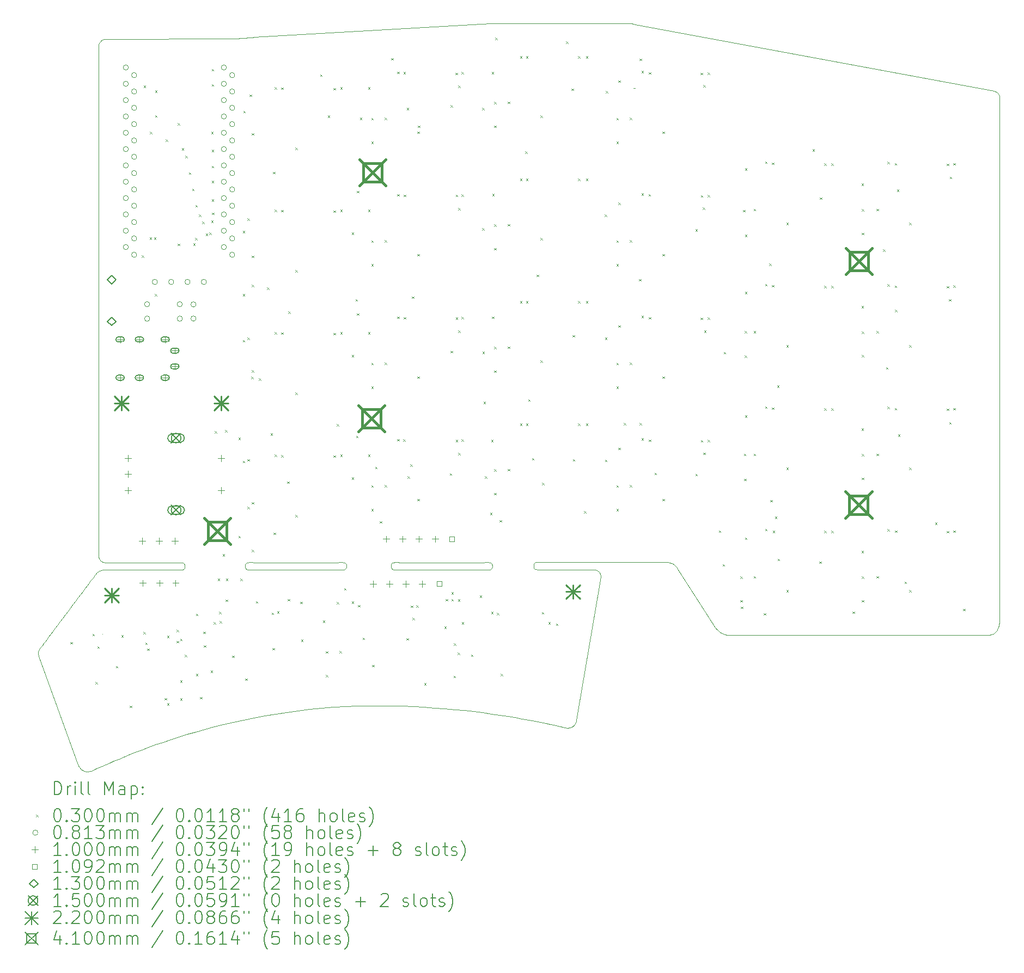
<source format=gbr>
%FSLAX45Y45*%
G04 Gerber Fmt 4.5, Leading zero omitted, Abs format (unit mm)*
G04 Created by KiCad (PCBNEW (6.0.0)) date 2022-08-16 23:55:05*
%MOMM*%
%LPD*%
G01*
G04 APERTURE LIST*
%ADD10C,0.090000*%
%ADD11C,0.200000*%
%ADD12C,0.030000*%
%ADD13C,0.081280*%
%ADD14C,0.100000*%
%ADD15C,0.109220*%
%ADD16C,0.130000*%
%ADD17C,0.150000*%
%ADD18C,0.220000*%
%ADD19C,0.410000*%
G04 APERTURE END LIST*
D10*
X8791274Y-11712543D02*
X8791844Y-11724275D01*
X8793520Y-11735625D01*
X8796250Y-11746541D01*
X8799983Y-11756971D01*
X8804667Y-11766863D01*
X8810250Y-11776167D01*
X8816680Y-11784830D01*
X8823906Y-11792800D01*
X8831877Y-11800026D01*
X8840539Y-11806456D01*
X8849843Y-11812039D01*
X8859735Y-11816723D01*
X8870165Y-11820456D01*
X8881081Y-11823186D01*
X8892431Y-11824862D01*
X8904163Y-11825432D01*
X16221832Y-14279001D02*
X16601775Y-12047682D01*
X7863469Y-13285933D02*
X8477303Y-14972210D01*
X14914791Y-11880574D02*
X14914140Y-11892875D01*
X14912228Y-11903408D01*
X14909117Y-11912309D01*
X14902339Y-11922891D01*
X14893211Y-11930556D01*
X14881945Y-11935755D01*
X14868748Y-11938943D01*
X14858981Y-11940174D01*
X14848512Y-11940848D01*
X14837401Y-11941098D01*
X14825712Y-11941058D01*
X14813506Y-11940864D01*
X14800845Y-11940648D01*
X14787792Y-11940547D01*
X17790636Y-11917154D02*
X18362135Y-12809683D01*
X17112243Y-3446254D02*
X17078025Y-3439904D01*
X8904163Y-11825432D02*
X10007653Y-11825432D01*
X18362135Y-12809683D02*
X18371307Y-12823506D01*
X18380679Y-12836422D01*
X18390218Y-12848461D01*
X18399892Y-12859653D01*
X18409669Y-12870030D01*
X18419516Y-12879622D01*
X18429402Y-12888461D01*
X18439295Y-12896576D01*
X18449161Y-12903998D01*
X18458970Y-12910759D01*
X18468688Y-12916889D01*
X18478284Y-12922419D01*
X18487725Y-12927380D01*
X18496980Y-12931801D01*
X18506016Y-12935715D01*
X18514800Y-12939151D01*
X18523302Y-12942141D01*
X18539327Y-12946905D01*
X18553833Y-12950251D01*
X18566563Y-12952427D01*
X18577260Y-12953677D01*
X18588929Y-12954357D01*
X18594969Y-12954321D01*
X8791274Y-9278729D02*
X8791274Y-11712543D01*
X10134652Y-11881876D02*
X10134001Y-11894177D01*
X10132089Y-11904710D01*
X10128978Y-11913610D01*
X10122200Y-11924193D01*
X10113072Y-11931857D01*
X10101806Y-11937057D01*
X10088609Y-11940245D01*
X10078842Y-11941476D01*
X10068373Y-11942150D01*
X10057262Y-11942400D01*
X10045573Y-11942360D01*
X10033367Y-11942165D01*
X10020707Y-11941950D01*
X10007653Y-11941848D01*
X8759525Y-11994765D02*
X8753576Y-12001711D01*
X8752469Y-12005348D01*
X18594969Y-12954321D02*
X18605945Y-12954321D01*
X18637963Y-12954321D01*
X18689658Y-12954321D01*
X18759665Y-12954321D01*
X18846620Y-12954321D01*
X18949157Y-12954321D01*
X19065911Y-12954321D01*
X19195518Y-12954321D01*
X19336613Y-12954321D01*
X19487830Y-12954321D01*
X19647805Y-12954321D01*
X19815173Y-12954321D01*
X19988570Y-12954321D01*
X20166629Y-12954321D01*
X20347987Y-12954321D01*
X20531278Y-12954321D01*
X20715137Y-12954321D01*
X20898200Y-12954321D01*
X21079102Y-12954321D01*
X21256477Y-12954321D01*
X21428961Y-12954321D01*
X21595189Y-12954321D01*
X21753796Y-12954321D01*
X21903417Y-12954321D01*
X22042688Y-12954321D01*
X22170242Y-12954321D01*
X22284717Y-12954321D01*
X22384745Y-12954321D01*
X22468963Y-12954321D01*
X22536006Y-12954321D01*
X22584509Y-12954321D01*
X22613107Y-12954321D01*
X8917856Y-3682427D02*
X8905650Y-3682515D01*
X16220775Y-14284294D02*
X16221832Y-14279001D01*
X15683140Y-11934793D02*
X15670087Y-11934894D01*
X15657426Y-11935110D01*
X15645220Y-11935304D01*
X15633531Y-11935344D01*
X15622420Y-11935094D01*
X15611951Y-11934421D01*
X15602184Y-11933189D01*
X15593182Y-11931266D01*
X15581249Y-11926787D01*
X15571385Y-11919995D01*
X15563800Y-11910436D01*
X15558704Y-11897656D01*
X15556792Y-11887123D01*
X15556141Y-11874822D01*
X7881108Y-13162461D02*
X7874982Y-13171879D01*
X7869808Y-13181587D01*
X7865543Y-13191544D01*
X7862146Y-13201707D01*
X7859575Y-13212035D01*
X7857791Y-13222488D01*
X7856750Y-13233023D01*
X7856413Y-13243599D01*
X17139055Y-4448657D02*
X17112243Y-4443718D01*
X13468402Y-11940547D02*
X13455349Y-11940648D01*
X13442688Y-11940864D01*
X13430482Y-11941058D01*
X13418793Y-11941098D01*
X13407683Y-11940848D01*
X13397213Y-11940174D01*
X13387446Y-11938943D01*
X13378444Y-11937019D01*
X13366511Y-11932540D01*
X13356647Y-11925748D01*
X13349063Y-11916188D01*
X13343966Y-11903408D01*
X13342054Y-11892875D01*
X13341403Y-11880574D01*
X13468402Y-11824130D02*
X14787792Y-11824130D01*
X11073747Y-11880574D02*
X11074398Y-11868313D01*
X11076310Y-11857892D01*
X11079421Y-11849165D01*
X11086199Y-11838937D01*
X11095326Y-11831709D01*
X11106593Y-11826992D01*
X11119790Y-11824299D01*
X11129557Y-11823386D01*
X11140026Y-11823011D01*
X11151136Y-11823028D01*
X11162826Y-11823293D01*
X11175032Y-11823662D01*
X11187692Y-11823989D01*
X11200746Y-11824130D01*
X22796552Y-4579376D02*
X22795640Y-4566177D01*
X22793065Y-4554317D01*
X22789064Y-4543727D01*
X22783874Y-4534342D01*
X22777733Y-4526094D01*
X22770879Y-4518915D01*
X22763549Y-4512739D01*
X22755982Y-4507498D01*
X22744706Y-4501243D01*
X22734232Y-4496715D01*
X22725362Y-4493687D01*
X22716324Y-4491358D01*
X22715413Y-4491181D01*
X10007653Y-11941848D02*
X8858303Y-11941848D01*
X8858214Y-12939175D02*
X8858214Y-12939175D01*
X11206661Y-3653687D02*
X11195067Y-3654656D01*
X11181519Y-3655765D01*
X11163642Y-3657201D01*
X11153277Y-3658021D01*
X11142065Y-3658897D01*
X11130086Y-3659821D01*
X11117418Y-3660784D01*
X11104140Y-3661779D01*
X11090330Y-3662796D01*
X11076067Y-3663827D01*
X11061429Y-3664865D01*
X11046496Y-3665899D01*
X11031346Y-3666923D01*
X11016057Y-3667927D01*
X11000709Y-3668903D01*
X10985380Y-3669843D01*
X10970148Y-3670738D01*
X10955092Y-3671580D01*
X10940291Y-3672360D01*
X10925823Y-3673071D01*
X10911768Y-3673702D01*
X10898203Y-3674247D01*
X10885208Y-3674696D01*
X10872861Y-3675042D01*
X10861241Y-3675275D01*
X10850426Y-3675388D01*
X10840495Y-3675371D01*
X12520135Y-11940547D02*
X11200746Y-11940547D01*
X13341403Y-11880574D02*
X13342054Y-11868313D01*
X13343966Y-11857892D01*
X13347077Y-11849165D01*
X13353856Y-11838937D01*
X13362983Y-11831709D01*
X13374250Y-11826992D01*
X13387446Y-11824299D01*
X13397213Y-11823386D01*
X13407683Y-11823011D01*
X13418793Y-11823028D01*
X13430482Y-11823293D01*
X13442688Y-11823662D01*
X13455349Y-11823989D01*
X13468402Y-11824130D01*
X12647135Y-11880574D02*
X12646483Y-11892875D01*
X12644571Y-11903408D01*
X12641461Y-11912309D01*
X12634682Y-11922891D01*
X12625555Y-11930556D01*
X12614288Y-11935755D01*
X12601091Y-11938943D01*
X12591325Y-11940174D01*
X12580855Y-11940848D01*
X12569745Y-11941098D01*
X12558055Y-11941058D01*
X12545850Y-11940864D01*
X12533189Y-11940648D01*
X12520135Y-11940547D01*
X16488885Y-11934793D02*
X15683140Y-11934793D01*
X15556141Y-11874822D02*
X15556792Y-11862561D01*
X15558704Y-11852139D01*
X15561815Y-11843413D01*
X15568593Y-11833185D01*
X15577721Y-11825956D01*
X15588987Y-11821239D01*
X15602184Y-11818546D01*
X15611951Y-11817632D01*
X15622420Y-11817257D01*
X15633531Y-11817274D01*
X15645220Y-11817539D01*
X15657426Y-11817908D01*
X15670087Y-11818235D01*
X15683140Y-11818376D01*
X8477303Y-14972210D02*
X8481340Y-14981730D01*
X8485343Y-14989825D01*
X8490802Y-14999601D01*
X8497781Y-15010548D01*
X8506341Y-15022154D01*
X8516545Y-15033907D01*
X8528453Y-15045296D01*
X8542129Y-15055809D01*
X8557635Y-15064935D01*
X8566093Y-15068817D01*
X8575032Y-15072161D01*
X8584459Y-15074902D01*
X8594382Y-15076977D01*
X8604809Y-15078321D01*
X8615747Y-15078870D01*
X8627205Y-15078561D01*
X8639190Y-15077329D01*
X8651710Y-15075111D01*
X8664772Y-15071843D01*
X8678385Y-15067461D01*
X22796552Y-12735598D02*
X22796552Y-12712411D01*
X22796552Y-12644814D01*
X22796552Y-12535753D01*
X22796552Y-12388174D01*
X22796552Y-12205024D01*
X22796552Y-11989249D01*
X22796552Y-11743794D01*
X22796552Y-11471607D01*
X22796552Y-11175633D01*
X22796552Y-10858818D01*
X22796552Y-10524110D01*
X22796552Y-10174453D01*
X22796552Y-9812794D01*
X22796552Y-9442080D01*
X22796552Y-9065256D01*
X22796552Y-8685269D01*
X22796552Y-8305065D01*
X22796552Y-7927590D01*
X22796552Y-7555790D01*
X22796552Y-7192612D01*
X22796552Y-6841002D01*
X22796552Y-6503906D01*
X22796552Y-6184270D01*
X22796552Y-5885040D01*
X22796552Y-5609163D01*
X22796552Y-5359585D01*
X22796552Y-5139251D01*
X22796552Y-4951109D01*
X22796552Y-4798104D01*
X22796552Y-4683183D01*
X22796552Y-4609291D01*
X22796552Y-4579376D01*
X16601775Y-12047682D02*
X16601205Y-12035950D01*
X16599528Y-12024600D01*
X16596798Y-12013684D01*
X16593065Y-12003254D01*
X16588382Y-11993361D01*
X16582799Y-11984058D01*
X16576369Y-11975395D01*
X16569142Y-11967425D01*
X16561172Y-11960199D01*
X16552509Y-11953768D01*
X16543206Y-11948185D01*
X16533313Y-11943502D01*
X16522883Y-11939769D01*
X16511967Y-11937039D01*
X16500618Y-11935363D01*
X16488885Y-11934793D01*
X11200746Y-11824130D02*
X12520135Y-11824130D01*
X14894329Y-3439904D02*
X11206661Y-3653687D01*
X16058496Y-14397183D02*
X16070751Y-14398555D01*
X16084370Y-14398883D01*
X16095453Y-14398342D01*
X16107748Y-14396873D01*
X16120920Y-14394203D01*
X16134631Y-14390057D01*
X16148547Y-14384162D01*
X16162330Y-14376245D01*
X16175646Y-14366030D01*
X16188159Y-14353244D01*
X16194009Y-14345801D01*
X16199532Y-14337613D01*
X16204686Y-14328646D01*
X16209430Y-14318864D01*
X16213720Y-14308234D01*
X16217516Y-14296722D01*
X16220775Y-14284294D01*
X10840495Y-3675371D02*
X8917856Y-3682427D01*
X12259079Y-14090266D02*
X12443792Y-14075938D01*
X12627310Y-14065226D01*
X12809326Y-14057924D01*
X12989536Y-14053824D01*
X13167631Y-14052718D01*
X13343307Y-14054400D01*
X13516257Y-14058661D01*
X13686175Y-14065296D01*
X13852755Y-14074095D01*
X14015690Y-14084853D01*
X14174675Y-14097361D01*
X14329402Y-14111412D01*
X14479567Y-14126799D01*
X14624862Y-14143314D01*
X14764982Y-14160751D01*
X14899621Y-14178901D01*
X15028471Y-14197558D01*
X15151228Y-14216514D01*
X15267585Y-14235562D01*
X15377235Y-14254494D01*
X15479873Y-14273103D01*
X15575192Y-14291182D01*
X15662886Y-14308523D01*
X15742650Y-14324919D01*
X15814176Y-14340162D01*
X15877158Y-14354046D01*
X15931291Y-14366363D01*
X15976268Y-14376905D01*
X16011784Y-14385466D01*
X16037531Y-14391837D01*
X16053204Y-14395812D01*
X16058496Y-14397183D01*
X12520135Y-11824130D02*
X12533189Y-11823989D01*
X12545850Y-11823662D01*
X12558055Y-11823293D01*
X12569745Y-11823028D01*
X12580855Y-11823011D01*
X12591325Y-11823386D01*
X12601091Y-11824299D01*
X12610093Y-11825894D01*
X12622027Y-11829882D01*
X12631890Y-11836219D01*
X12639475Y-11845392D01*
X12644571Y-11857892D01*
X12646483Y-11868313D01*
X12647135Y-11880574D01*
X7856413Y-13243599D02*
X7856882Y-13252859D01*
X7858143Y-13262119D01*
X7859974Y-13271380D01*
X7862153Y-13280641D01*
X7863469Y-13285933D01*
X14787792Y-11940547D02*
X13468402Y-11940547D01*
X8752469Y-12005348D02*
X8742722Y-12018304D01*
X8731014Y-12033867D01*
X8715173Y-12054923D01*
X8695515Y-12081051D01*
X8672358Y-12111830D01*
X8646019Y-12146837D01*
X8616815Y-12185651D01*
X8585063Y-12227849D01*
X8551082Y-12273011D01*
X8515186Y-12320713D01*
X8477695Y-12370535D01*
X8438925Y-12422055D01*
X8399192Y-12474850D01*
X8358815Y-12528500D01*
X8318111Y-12582581D01*
X8277396Y-12636673D01*
X8236988Y-12690353D01*
X8197204Y-12743200D01*
X8158362Y-12794792D01*
X8120777Y-12844707D01*
X8084768Y-12892524D01*
X8050652Y-12937820D01*
X8018746Y-12980173D01*
X7989366Y-13019163D01*
X7962831Y-13054366D01*
X7939457Y-13085362D01*
X7919562Y-13111728D01*
X7903462Y-13133043D01*
X7891475Y-13148884D01*
X7883918Y-13158831D01*
X7881108Y-13162461D01*
X14787792Y-11824130D02*
X14800845Y-11823989D01*
X14813506Y-11823662D01*
X14825712Y-11823293D01*
X14837401Y-11823028D01*
X14848512Y-11823011D01*
X14858981Y-11823386D01*
X14868748Y-11824299D01*
X14877750Y-11825894D01*
X14889683Y-11829882D01*
X14899547Y-11836219D01*
X14907131Y-11845392D01*
X14912228Y-11857892D01*
X14914140Y-11868313D01*
X14914791Y-11880574D01*
X17112243Y-4443718D02*
X17121533Y-4445343D01*
X17130904Y-4447023D01*
X17139055Y-4448657D01*
X11200746Y-11940547D02*
X11187692Y-11940648D01*
X11175032Y-11940864D01*
X11162826Y-11941058D01*
X11151136Y-11941098D01*
X11140026Y-11940848D01*
X11129557Y-11940174D01*
X11119790Y-11938943D01*
X11110788Y-11937019D01*
X11098855Y-11932540D01*
X11088991Y-11925748D01*
X11081406Y-11916188D01*
X11076310Y-11903408D01*
X11074398Y-11892875D01*
X11073747Y-11880574D01*
X22715413Y-4491181D02*
X17139055Y-3451193D01*
X15683140Y-11818376D02*
X17628357Y-11821905D01*
X17628357Y-11821905D02*
X17638755Y-11822179D01*
X17648783Y-11822975D01*
X17658445Y-11824260D01*
X17667742Y-11825998D01*
X17676677Y-11828155D01*
X17693473Y-11833585D01*
X17708853Y-11840270D01*
X17722837Y-11847932D01*
X17735447Y-11856292D01*
X17746703Y-11865070D01*
X17756626Y-11873988D01*
X17765237Y-11882767D01*
X17772555Y-11891127D01*
X17778602Y-11898789D01*
X17785334Y-11908364D01*
X17790054Y-11916084D01*
X17790636Y-11917154D01*
X17139055Y-3451193D02*
X17112243Y-3446254D01*
X8678385Y-15067461D02*
X8698258Y-15059561D01*
X8725380Y-15047921D01*
X8759619Y-15032768D01*
X8800844Y-15014330D01*
X8848924Y-14992836D01*
X8903728Y-14968513D01*
X8965124Y-14941589D01*
X9032982Y-14912293D01*
X9107170Y-14880852D01*
X9187557Y-14847495D01*
X9274013Y-14812449D01*
X9366405Y-14775943D01*
X9464603Y-14738204D01*
X9568476Y-14699460D01*
X9677893Y-14659941D01*
X9792722Y-14619873D01*
X9912832Y-14579484D01*
X10038093Y-14539003D01*
X10168372Y-14498658D01*
X10303540Y-14458677D01*
X10443464Y-14419287D01*
X10588014Y-14380717D01*
X10737059Y-14343195D01*
X10890467Y-14306948D01*
X11048107Y-14272205D01*
X11209848Y-14239194D01*
X11375560Y-14208143D01*
X11545110Y-14179280D01*
X11718369Y-14152833D01*
X11895204Y-14129029D01*
X12075484Y-14108098D01*
X12259079Y-14090266D01*
X10007653Y-11825432D02*
X10020707Y-11825291D01*
X10033367Y-11824964D01*
X10045573Y-11824595D01*
X10057262Y-11824330D01*
X10068373Y-11824312D01*
X10078842Y-11824688D01*
X10088609Y-11825601D01*
X10097611Y-11827196D01*
X10109544Y-11831184D01*
X10119408Y-11837520D01*
X10126993Y-11846694D01*
X10132089Y-11859193D01*
X10134001Y-11869615D01*
X10134652Y-11881876D01*
X22613107Y-12954321D02*
X22630704Y-12953694D01*
X22647142Y-12951865D01*
X22662459Y-12948914D01*
X22676696Y-12944923D01*
X22689892Y-12939970D01*
X22702086Y-12934136D01*
X22713317Y-12927501D01*
X22723625Y-12920146D01*
X22733050Y-12912149D01*
X22741630Y-12903592D01*
X22749406Y-12894554D01*
X22756416Y-12885116D01*
X22762700Y-12875357D01*
X22768297Y-12865358D01*
X22773247Y-12855199D01*
X22777590Y-12844960D01*
X22781363Y-12834720D01*
X22784608Y-12824561D01*
X22787363Y-12814562D01*
X22789668Y-12804804D01*
X22791562Y-12795365D01*
X22793085Y-12786328D01*
X22795173Y-12769774D01*
X22796249Y-12755783D01*
X22796627Y-12744997D01*
X22796552Y-12735598D01*
X17078025Y-3439904D02*
X17064311Y-3438663D01*
X17039548Y-3437579D01*
X17004488Y-3436645D01*
X16959885Y-3435853D01*
X16906492Y-3435195D01*
X16845062Y-3434664D01*
X16776348Y-3434252D01*
X16701103Y-3433951D01*
X16620081Y-3433754D01*
X16534035Y-3433652D01*
X16443718Y-3433638D01*
X16349882Y-3433703D01*
X16253283Y-3433842D01*
X16154671Y-3434044D01*
X16054802Y-3434304D01*
X15954427Y-3434613D01*
X15854300Y-3434963D01*
X15755174Y-3435347D01*
X15657803Y-3435756D01*
X15562940Y-3436184D01*
X15471337Y-3436622D01*
X15383748Y-3437062D01*
X15300927Y-3437497D01*
X15223625Y-3437920D01*
X15152598Y-3438322D01*
X15088597Y-3438695D01*
X15032375Y-3439032D01*
X14984687Y-3439325D01*
X14946286Y-3439567D01*
X14917923Y-3439749D01*
X14900353Y-3439864D01*
X14894329Y-3439904D01*
X8858303Y-11941848D02*
X8847487Y-11943297D01*
X8836892Y-11945624D01*
X8826554Y-11948776D01*
X8816506Y-11952701D01*
X8806783Y-11957347D01*
X8797422Y-11962662D01*
X8788455Y-11968592D01*
X8779919Y-11975087D01*
X8771848Y-11982093D01*
X8764277Y-11989559D01*
X8759525Y-11994765D01*
X8905650Y-3682515D02*
X8893918Y-3683085D01*
X8882568Y-3684761D01*
X8871653Y-3687492D01*
X8861223Y-3691225D01*
X8851330Y-3695908D01*
X8842026Y-3701491D01*
X8833364Y-3707921D01*
X8825393Y-3715148D01*
X8818167Y-3723118D01*
X8811737Y-3731781D01*
X8806154Y-3741084D01*
X8801470Y-3750977D01*
X8797738Y-3761407D01*
X8795007Y-3772322D01*
X8793331Y-3783672D01*
X8792761Y-3795405D01*
X8792761Y-3795405D02*
X8791274Y-9278729D01*
D11*
D12*
X8356010Y-13062343D02*
X8386010Y-13092343D01*
X8386010Y-13062343D02*
X8356010Y-13092343D01*
X8700596Y-12936924D02*
X8730596Y-12966924D01*
X8730596Y-12936924D02*
X8700596Y-12966924D01*
X8747575Y-13682628D02*
X8777575Y-13712628D01*
X8777575Y-13682628D02*
X8747575Y-13712628D01*
X8776452Y-13131302D02*
X8806452Y-13161302D01*
X8806452Y-13131302D02*
X8776452Y-13161302D01*
X9064912Y-13435264D02*
X9094912Y-13465264D01*
X9094912Y-13435264D02*
X9064912Y-13465264D01*
X9150225Y-12957557D02*
X9180225Y-12987557D01*
X9180225Y-12957557D02*
X9150225Y-12987557D01*
X9278912Y-14053264D02*
X9308912Y-14083264D01*
X9308912Y-14053264D02*
X9278912Y-14083264D01*
X9465000Y-7045000D02*
X9495000Y-7075000D01*
X9495000Y-7045000D02*
X9465000Y-7075000D01*
X9490912Y-12907264D02*
X9520912Y-12937264D01*
X9520912Y-12907264D02*
X9490912Y-12937264D01*
X9495000Y-4405000D02*
X9525000Y-4435000D01*
X9525000Y-4405000D02*
X9495000Y-4435000D01*
X9521913Y-13071332D02*
X9551913Y-13101332D01*
X9551913Y-13071332D02*
X9521913Y-13101332D01*
X9551329Y-13162055D02*
X9581329Y-13192055D01*
X9581329Y-13162055D02*
X9551329Y-13192055D01*
X9590000Y-6765585D02*
X9620000Y-6795585D01*
X9620000Y-6765585D02*
X9590000Y-6795585D01*
X9595000Y-5124000D02*
X9625000Y-5154000D01*
X9625000Y-5124000D02*
X9595000Y-5154000D01*
X9655000Y-6765000D02*
X9685000Y-6795000D01*
X9685000Y-6765000D02*
X9655000Y-6795000D01*
X9668912Y-7648264D02*
X9698912Y-7678264D01*
X9698912Y-7648264D02*
X9668912Y-7678264D01*
X9675000Y-4481575D02*
X9705000Y-4511575D01*
X9705000Y-4481575D02*
X9675000Y-4511575D01*
X9675000Y-4865000D02*
X9705000Y-4895000D01*
X9705000Y-4865000D02*
X9675000Y-4895000D01*
X9823906Y-13932727D02*
X9853906Y-13962727D01*
X9853906Y-13932727D02*
X9823906Y-13962727D01*
X9836426Y-5243575D02*
X9866426Y-5273575D01*
X9866426Y-5243575D02*
X9836426Y-5273575D01*
X9857912Y-12964264D02*
X9887912Y-12994264D01*
X9887912Y-12964264D02*
X9857912Y-12994264D01*
X9859534Y-14013264D02*
X9889534Y-14043264D01*
X9889534Y-14013264D02*
X9859534Y-14043264D01*
X10005912Y-12869717D02*
X10035912Y-12899717D01*
X10035912Y-12869717D02*
X10005912Y-12899717D01*
X10005912Y-13043717D02*
X10035912Y-13073717D01*
X10035912Y-13043717D02*
X10005912Y-13073717D01*
X10025000Y-4989575D02*
X10055000Y-5019575D01*
X10055000Y-4989575D02*
X10025000Y-5019575D01*
X10025001Y-6865000D02*
X10055001Y-6895000D01*
X10055001Y-6865000D02*
X10025001Y-6895000D01*
X10062912Y-13938264D02*
X10092912Y-13968264D01*
X10092912Y-13938264D02*
X10062912Y-13968264D01*
X10063912Y-13658264D02*
X10093912Y-13688264D01*
X10093912Y-13658264D02*
X10063912Y-13688264D01*
X10064929Y-13012903D02*
X10094929Y-13042903D01*
X10094929Y-13012903D02*
X10064929Y-13042903D01*
X10090001Y-5378000D02*
X10120001Y-5408000D01*
X10120001Y-5378000D02*
X10090001Y-5408000D01*
X10132912Y-13262264D02*
X10162912Y-13292264D01*
X10162912Y-13262264D02*
X10132912Y-13292264D01*
X10143812Y-5497575D02*
X10173812Y-5527575D01*
X10173812Y-5497575D02*
X10143812Y-5527575D01*
X10196735Y-5755064D02*
X10226735Y-5785064D01*
X10226735Y-5755064D02*
X10196735Y-5785064D01*
X10249235Y-6009064D02*
X10279235Y-6039064D01*
X10279235Y-6009064D02*
X10249235Y-6039064D01*
X10267602Y-6862050D02*
X10297602Y-6892050D01*
X10297602Y-6862050D02*
X10267602Y-6892050D01*
X10295000Y-6775000D02*
X10325000Y-6805000D01*
X10325000Y-6775000D02*
X10295000Y-6805000D01*
X10301735Y-6263064D02*
X10331735Y-6293064D01*
X10331735Y-6263064D02*
X10301735Y-6293064D01*
X10307336Y-13556418D02*
X10337336Y-13586418D01*
X10337336Y-13556418D02*
X10307336Y-13586418D01*
X10307912Y-12621264D02*
X10337912Y-12651264D01*
X10337912Y-12621264D02*
X10307912Y-12651264D01*
X10354235Y-6413764D02*
X10384235Y-6443764D01*
X10384235Y-6413764D02*
X10354235Y-6443764D01*
X10371230Y-13918966D02*
X10401230Y-13948966D01*
X10401230Y-13918966D02*
X10371230Y-13948966D01*
X10406735Y-6522367D02*
X10436735Y-6552367D01*
X10436735Y-6522367D02*
X10406735Y-6552367D01*
X10421421Y-12899397D02*
X10451421Y-12929397D01*
X10451421Y-12899397D02*
X10421421Y-12929397D01*
X10430656Y-13114382D02*
X10460656Y-13144382D01*
X10460656Y-13114382D02*
X10430656Y-13144382D01*
X10459235Y-6707915D02*
X10489235Y-6737915D01*
X10489235Y-6707915D02*
X10459235Y-6737915D01*
X10517783Y-6692217D02*
X10547783Y-6722217D01*
X10547783Y-6692217D02*
X10517783Y-6722217D01*
X10537771Y-13506910D02*
X10567771Y-13536910D01*
X10567771Y-13506910D02*
X10537771Y-13536910D01*
X10545000Y-5125000D02*
X10575000Y-5155000D01*
X10575000Y-5125000D02*
X10545000Y-5155000D01*
X10545000Y-6505000D02*
X10575000Y-6535000D01*
X10575000Y-6505000D02*
X10545000Y-6535000D01*
X10554999Y-5655000D02*
X10584999Y-5685000D01*
X10584999Y-5655000D02*
X10554999Y-5685000D01*
X10555000Y-4385000D02*
X10585000Y-4415000D01*
X10585000Y-4385000D02*
X10555000Y-4415000D01*
X10555000Y-5885000D02*
X10585000Y-5915000D01*
X10585000Y-5885000D02*
X10555000Y-5915000D01*
X10555000Y-6175000D02*
X10585000Y-6205000D01*
X10585000Y-6175000D02*
X10555000Y-6205000D01*
X10555001Y-4145000D02*
X10585001Y-4175000D01*
X10585001Y-4145000D02*
X10555001Y-4175000D01*
X10555002Y-5405000D02*
X10585002Y-5435000D01*
X10585002Y-5405000D02*
X10555002Y-5435000D01*
X10558276Y-6380733D02*
X10588276Y-6410733D01*
X10588276Y-6380733D02*
X10558276Y-6410733D01*
X10584686Y-12750988D02*
X10614686Y-12780988D01*
X10614686Y-12750988D02*
X10584686Y-12780988D01*
X10599312Y-9780964D02*
X10629312Y-9810964D01*
X10629312Y-9780964D02*
X10599312Y-9810964D01*
X10648912Y-12074264D02*
X10678912Y-12104264D01*
X10678912Y-12074264D02*
X10648912Y-12104264D01*
X10669409Y-12594193D02*
X10699409Y-12624193D01*
X10699409Y-12594193D02*
X10669409Y-12624193D01*
X10679139Y-12737773D02*
X10709139Y-12767773D01*
X10709139Y-12737773D02*
X10679139Y-12767773D01*
X10723912Y-11693714D02*
X10753912Y-11723714D01*
X10753912Y-11693714D02*
X10723912Y-11723714D01*
X10762500Y-9762500D02*
X10792500Y-9792500D01*
X10792500Y-9762500D02*
X10762500Y-9792500D01*
X10770912Y-12400264D02*
X10800912Y-12430264D01*
X10800912Y-12400264D02*
X10770912Y-12430264D01*
X10772912Y-12074264D02*
X10802912Y-12104264D01*
X10802912Y-12074264D02*
X10772912Y-12104264D01*
X10872912Y-13272264D02*
X10902912Y-13302264D01*
X10902912Y-13272264D02*
X10872912Y-13302264D01*
X10967612Y-9882564D02*
X10997612Y-9912564D01*
X10997612Y-9882564D02*
X10967612Y-9912564D01*
X10967612Y-11410564D02*
X10997612Y-11440564D01*
X10997612Y-11410564D02*
X10967612Y-11440564D01*
X10997912Y-12074264D02*
X11027912Y-12104264D01*
X11027912Y-12074264D02*
X10997912Y-12104264D01*
X11034775Y-6664425D02*
X11064775Y-6694425D01*
X11064775Y-6664425D02*
X11034775Y-6694425D01*
X11034775Y-7645574D02*
X11064775Y-7675574D01*
X11064775Y-7645574D02*
X11034775Y-7675574D01*
X11034775Y-8364574D02*
X11064775Y-8394575D01*
X11064775Y-8364574D02*
X11034775Y-8394575D01*
X11034775Y-10244175D02*
X11064775Y-10274175D01*
X11064775Y-10244175D02*
X11034775Y-10274175D01*
X11045200Y-4800024D02*
X11075200Y-4830024D01*
X11075200Y-4800024D02*
X11045200Y-4830024D01*
X11075707Y-13631085D02*
X11105707Y-13661085D01*
X11105707Y-13631085D02*
X11075707Y-13661085D01*
X11110200Y-6472300D02*
X11140200Y-6502300D01*
X11140200Y-6472300D02*
X11110200Y-6502300D01*
X11110200Y-8325700D02*
X11140200Y-8355700D01*
X11140200Y-8325700D02*
X11110200Y-8355700D01*
X11110200Y-10218000D02*
X11140200Y-10248000D01*
X11140200Y-10218000D02*
X11110200Y-10248000D01*
X11110200Y-10957976D02*
X11140200Y-10987976D01*
X11140200Y-10957976D02*
X11110200Y-10987976D01*
X11141000Y-4544500D02*
X11171000Y-4574500D01*
X11171000Y-4544500D02*
X11141000Y-4574500D01*
X11167764Y-8935144D02*
X11197764Y-8965144D01*
X11197764Y-8935144D02*
X11167764Y-8965144D01*
X11175200Y-7502584D02*
X11205200Y-7532584D01*
X11205200Y-7502584D02*
X11175200Y-7532584D01*
X11175200Y-8834814D02*
X11205200Y-8864814D01*
X11205200Y-8834814D02*
X11175200Y-8864814D01*
X11175912Y-11628714D02*
X11205912Y-11658714D01*
X11205912Y-11628714D02*
X11175912Y-11658714D01*
X11177162Y-5145464D02*
X11207162Y-5175464D01*
X11207162Y-5145464D02*
X11177162Y-5175464D01*
X11177162Y-7050464D02*
X11207162Y-7080464D01*
X11207162Y-7050464D02*
X11177162Y-7080464D01*
X11177162Y-10885864D02*
X11207162Y-10915864D01*
X11207162Y-10885864D02*
X11177162Y-10915864D01*
X11240434Y-12427554D02*
X11270434Y-12457554D01*
X11270434Y-12427554D02*
X11240434Y-12457554D01*
X11285112Y-8961814D02*
X11315112Y-8991814D01*
X11315112Y-8961814D02*
X11285112Y-8991814D01*
X11412112Y-7545764D02*
X11442112Y-7575764D01*
X11442112Y-7545764D02*
X11412112Y-7575764D01*
X11466912Y-9813264D02*
X11496912Y-9843264D01*
X11496912Y-9813264D02*
X11466912Y-9843264D01*
X11485435Y-12603163D02*
X11515435Y-12633163D01*
X11515435Y-12603163D02*
X11485435Y-12633163D01*
X11498912Y-13154264D02*
X11528912Y-13184264D01*
X11528912Y-13154264D02*
X11498912Y-13184264D01*
X11507362Y-5748714D02*
X11537362Y-5778714D01*
X11537362Y-5748714D02*
X11507362Y-5778714D01*
X11513712Y-11362114D02*
X11543712Y-11392114D01*
X11543712Y-11362114D02*
X11513712Y-11392114D01*
X11532000Y-4430200D02*
X11562000Y-4460200D01*
X11562000Y-4430200D02*
X11532000Y-4460200D01*
X11532000Y-6333850D02*
X11562000Y-6363850D01*
X11562000Y-6333850D02*
X11532000Y-6363850D01*
X11532000Y-8240200D02*
X11562000Y-8270200D01*
X11562000Y-8240200D02*
X11532000Y-8270200D01*
X11532000Y-10145200D02*
X11562000Y-10175200D01*
X11562000Y-10145200D02*
X11532000Y-10175200D01*
X11570935Y-12582061D02*
X11600935Y-12612061D01*
X11600935Y-12582061D02*
X11570935Y-12612061D01*
X11632115Y-4436292D02*
X11662115Y-4466292D01*
X11662115Y-4436292D02*
X11632115Y-4466292D01*
X11632115Y-6339942D02*
X11662115Y-6369942D01*
X11662115Y-6339942D02*
X11632115Y-6369942D01*
X11632115Y-8246292D02*
X11662115Y-8276292D01*
X11662115Y-8246292D02*
X11632115Y-8276292D01*
X11634350Y-10155626D02*
X11664350Y-10185626D01*
X11664350Y-10155626D02*
X11634350Y-10185626D01*
X11725912Y-10565264D02*
X11755912Y-10595264D01*
X11755912Y-10565264D02*
X11725912Y-10595264D01*
X11732912Y-12393264D02*
X11762912Y-12423264D01*
X11762912Y-12393264D02*
X11732912Y-12423264D01*
X11745912Y-7919264D02*
X11775912Y-7949264D01*
X11775912Y-7919264D02*
X11745912Y-7949264D01*
X11852400Y-5371100D02*
X11882400Y-5401100D01*
X11882400Y-5371100D02*
X11852400Y-5401100D01*
X11852400Y-7274750D02*
X11882400Y-7304750D01*
X11882400Y-7274750D02*
X11852400Y-7304750D01*
X11852400Y-9181100D02*
X11882400Y-9211100D01*
X11882400Y-9181100D02*
X11852400Y-9211100D01*
X11852400Y-11086100D02*
X11882400Y-11116100D01*
X11882400Y-11086100D02*
X11852400Y-11116100D01*
X11928686Y-12434418D02*
X11958686Y-12464418D01*
X11958686Y-12434418D02*
X11928686Y-12464418D01*
X11940912Y-13023264D02*
X11970912Y-13053264D01*
X11970912Y-13023264D02*
X11940912Y-13053264D01*
X12237612Y-4231064D02*
X12267612Y-4261064D01*
X12267612Y-4231064D02*
X12237612Y-4261064D01*
X12279806Y-12725972D02*
X12309806Y-12755972D01*
X12309806Y-12725972D02*
X12279806Y-12755972D01*
X12330112Y-13205764D02*
X12360112Y-13235764D01*
X12360112Y-13205764D02*
X12330112Y-13235764D01*
X12330112Y-13572464D02*
X12360112Y-13602464D01*
X12360112Y-13572464D02*
X12330112Y-13602464D01*
X12358912Y-4872264D02*
X12388912Y-4902264D01*
X12388912Y-4872264D02*
X12358912Y-4902264D01*
X12445238Y-4444238D02*
X12475238Y-4474238D01*
X12475238Y-4444238D02*
X12445238Y-4474238D01*
X12445238Y-6347888D02*
X12475238Y-6377888D01*
X12475238Y-6347888D02*
X12445238Y-6377888D01*
X12445238Y-8254238D02*
X12475238Y-8284238D01*
X12475238Y-8254238D02*
X12445238Y-8284238D01*
X12445238Y-10159238D02*
X12475238Y-10189238D01*
X12475238Y-10159238D02*
X12445238Y-10189238D01*
X12496692Y-9671744D02*
X12526692Y-9701744D01*
X12526692Y-9671744D02*
X12496692Y-9701744D01*
X12497912Y-12439264D02*
X12527912Y-12469264D01*
X12527912Y-12439264D02*
X12497912Y-12469264D01*
X12538712Y-13200964D02*
X12568712Y-13230964D01*
X12568712Y-13200964D02*
X12538712Y-13230964D01*
X12551400Y-4430000D02*
X12581400Y-4460000D01*
X12581400Y-4430000D02*
X12551400Y-4460000D01*
X12551400Y-6333650D02*
X12581400Y-6363650D01*
X12581400Y-6333650D02*
X12551400Y-6363650D01*
X12551400Y-8240000D02*
X12581400Y-8270000D01*
X12581400Y-8240000D02*
X12551400Y-8270000D01*
X12551400Y-10145000D02*
X12581400Y-10175000D01*
X12581400Y-10145000D02*
X12551400Y-10175000D01*
X12610912Y-12224264D02*
X12640912Y-12254264D01*
X12640912Y-12224264D02*
X12610912Y-12254264D01*
X12731294Y-6689658D02*
X12761294Y-6719658D01*
X12761294Y-6689658D02*
X12731294Y-6719658D01*
X12731294Y-8596008D02*
X12761294Y-8626008D01*
X12761294Y-8596008D02*
X12731294Y-8626008D01*
X12731294Y-10501008D02*
X12761294Y-10531008D01*
X12761294Y-10501008D02*
X12731294Y-10531008D01*
X12731512Y-12430964D02*
X12761512Y-12460964D01*
X12761512Y-12430964D02*
X12731512Y-12460964D01*
X12787912Y-7729264D02*
X12817912Y-7759264D01*
X12817912Y-7729264D02*
X12787912Y-7759264D01*
X12798952Y-9854999D02*
X12828952Y-9884999D01*
X12828952Y-9854999D02*
X12798952Y-9884999D01*
X12809112Y-6043649D02*
X12839112Y-6073649D01*
X12839112Y-6043649D02*
X12809112Y-6073649D01*
X12809112Y-7949624D02*
X12839112Y-7979624D01*
X12839112Y-7949624D02*
X12809112Y-7979624D01*
X12826825Y-12487851D02*
X12856825Y-12517851D01*
X12856825Y-12487851D02*
X12826825Y-12517851D01*
X12855500Y-4906036D02*
X12885500Y-4936036D01*
X12885500Y-4906036D02*
X12855500Y-4936036D01*
X12898912Y-12993264D02*
X12928912Y-13023264D01*
X12928912Y-12993264D02*
X12898912Y-13023264D01*
X12985294Y-4430408D02*
X13015294Y-4460408D01*
X13015294Y-4430408D02*
X12985294Y-4460408D01*
X12985294Y-6334058D02*
X13015294Y-6364058D01*
X13015294Y-6334058D02*
X12985294Y-6364058D01*
X12985294Y-8240408D02*
X13015294Y-8270408D01*
X13015294Y-8240408D02*
X12985294Y-8270408D01*
X12985294Y-10145408D02*
X13015294Y-10175408D01*
X13015294Y-10145408D02*
X12985294Y-10175408D01*
X13035600Y-4910200D02*
X13065600Y-4940200D01*
X13065600Y-4910200D02*
X13035600Y-4940200D01*
X13035600Y-5276900D02*
X13065600Y-5306900D01*
X13065600Y-5276900D02*
X13035600Y-5306900D01*
X13035600Y-6813850D02*
X13065600Y-6843850D01*
X13065600Y-6813850D02*
X13035600Y-6843850D01*
X13035600Y-7180550D02*
X13065600Y-7210550D01*
X13065600Y-7180550D02*
X13035600Y-7210550D01*
X13035600Y-8720200D02*
X13065600Y-8750200D01*
X13065600Y-8720200D02*
X13035600Y-8750200D01*
X13035600Y-9086900D02*
X13065600Y-9116900D01*
X13065600Y-9086900D02*
X13035600Y-9116900D01*
X13035600Y-10625200D02*
X13065600Y-10655200D01*
X13065600Y-10625200D02*
X13035600Y-10655200D01*
X13035600Y-10991900D02*
X13065600Y-11021900D01*
X13065600Y-10991900D02*
X13035600Y-11021900D01*
X13046912Y-13416664D02*
X13076912Y-13446664D01*
X13076912Y-13416664D02*
X13046912Y-13446664D01*
X13092912Y-10337264D02*
X13122912Y-10367264D01*
X13122912Y-10337264D02*
X13092912Y-10367264D01*
X13165000Y-11181300D02*
X13195000Y-11211300D01*
X13195000Y-11181300D02*
X13165000Y-11211300D01*
X13244200Y-4905400D02*
X13274200Y-4935400D01*
X13274200Y-4905400D02*
X13244200Y-4935400D01*
X13244200Y-6809050D02*
X13274200Y-6839050D01*
X13274200Y-6809050D02*
X13244200Y-6839050D01*
X13244200Y-8715400D02*
X13274200Y-8745400D01*
X13274200Y-8715400D02*
X13244200Y-8745400D01*
X13244200Y-10620400D02*
X13274200Y-10650400D01*
X13274200Y-10620400D02*
X13244200Y-10650400D01*
X13342512Y-3977064D02*
X13372512Y-4007064D01*
X13372512Y-3977064D02*
X13342512Y-4007064D01*
X13437000Y-4188900D02*
X13467000Y-4218900D01*
X13467000Y-4188900D02*
X13437000Y-4218900D01*
X13437000Y-6092550D02*
X13467000Y-6122550D01*
X13467000Y-6092550D02*
X13437000Y-6122550D01*
X13437000Y-7998900D02*
X13467000Y-8028900D01*
X13467000Y-7998900D02*
X13437000Y-8028900D01*
X13437000Y-9903900D02*
X13467000Y-9933900D01*
X13467000Y-9903900D02*
X13437000Y-9933900D01*
X13532313Y-9907287D02*
X13562313Y-9937287D01*
X13562313Y-9907287D02*
X13532313Y-9937287D01*
X13533000Y-4192976D02*
X13563000Y-4222976D01*
X13563000Y-4192976D02*
X13533000Y-4222976D01*
X13539350Y-8009326D02*
X13569350Y-8039326D01*
X13569350Y-8009326D02*
X13539350Y-8039326D01*
X13540025Y-6103651D02*
X13570025Y-6133651D01*
X13570025Y-6103651D02*
X13540025Y-6133651D01*
X13579912Y-13001264D02*
X13609912Y-13031264D01*
X13609912Y-13001264D02*
X13579912Y-13031264D01*
X13584912Y-4751264D02*
X13614912Y-4781264D01*
X13614912Y-4751264D02*
X13584912Y-4781264D01*
X13595912Y-10484264D02*
X13625912Y-10514264D01*
X13625912Y-10484264D02*
X13595912Y-10514264D01*
X13639912Y-10296052D02*
X13669912Y-10326052D01*
X13669912Y-10296052D02*
X13639912Y-10326052D01*
X13647323Y-12496498D02*
X13677323Y-12526498D01*
X13677323Y-12496498D02*
X13647323Y-12526498D01*
X13665912Y-7684264D02*
X13695912Y-7714264D01*
X13695912Y-7684264D02*
X13665912Y-7714264D01*
X13671912Y-12685264D02*
X13701912Y-12715264D01*
X13701912Y-12685264D02*
X13671912Y-12715264D01*
X13732112Y-12489364D02*
X13762112Y-12519364D01*
X13762112Y-12489364D02*
X13732112Y-12519364D01*
X13752400Y-5121100D02*
X13782400Y-5151100D01*
X13782400Y-5121100D02*
X13752400Y-5151100D01*
X13752400Y-7024750D02*
X13782400Y-7054750D01*
X13782400Y-7024750D02*
X13752400Y-7054750D01*
X13752400Y-8931100D02*
X13782400Y-8961100D01*
X13782400Y-8931100D02*
X13752400Y-8961100D01*
X13752400Y-10836100D02*
X13782400Y-10866100D01*
X13782400Y-10836100D02*
X13752400Y-10866100D01*
X13759912Y-5028264D02*
X13789912Y-5058264D01*
X13789912Y-5028264D02*
X13759912Y-5058264D01*
X13855912Y-13699264D02*
X13885912Y-13729264D01*
X13885912Y-13699264D02*
X13855912Y-13729264D01*
X14168912Y-12822264D02*
X14198912Y-12852264D01*
X14198912Y-12822264D02*
X14168912Y-12852264D01*
X14191912Y-12392264D02*
X14221912Y-12422264D01*
X14221912Y-12392264D02*
X14191912Y-12422264D01*
X14253912Y-10436264D02*
X14283912Y-10466264D01*
X14283912Y-10436264D02*
X14253912Y-10466264D01*
X14265912Y-8534264D02*
X14295912Y-8564264D01*
X14295912Y-8534264D02*
X14265912Y-8564264D01*
X14266912Y-4709264D02*
X14296912Y-4739264D01*
X14296912Y-4709264D02*
X14266912Y-4739264D01*
X14277912Y-12286814D02*
X14307912Y-12316814D01*
X14307912Y-12286814D02*
X14277912Y-12316814D01*
X14278912Y-12393264D02*
X14308912Y-12423264D01*
X14308912Y-12393264D02*
X14278912Y-12423264D01*
X14313884Y-13587530D02*
X14343884Y-13617530D01*
X14343884Y-13587530D02*
X14313884Y-13617530D01*
X14318912Y-13084264D02*
X14348912Y-13114264D01*
X14348912Y-13084264D02*
X14318912Y-13114264D01*
X14345000Y-4204476D02*
X14375000Y-4234476D01*
X14375000Y-4204476D02*
X14345000Y-4234476D01*
X14345812Y-6103384D02*
X14375812Y-6133384D01*
X14375812Y-6103384D02*
X14345812Y-6133384D01*
X14345812Y-8009734D02*
X14375812Y-8039734D01*
X14375812Y-8009734D02*
X14345812Y-8039734D01*
X14347987Y-9916489D02*
X14377987Y-9946489D01*
X14377987Y-9916489D02*
X14347987Y-9946489D01*
X14377561Y-13226401D02*
X14407561Y-13256401D01*
X14407561Y-13226401D02*
X14377561Y-13256401D01*
X14382912Y-12397264D02*
X14412912Y-12427264D01*
X14412912Y-12397264D02*
X14382912Y-12427264D01*
X14383912Y-4406101D02*
X14413912Y-4436101D01*
X14413912Y-4406101D02*
X14383912Y-4436101D01*
X14383912Y-6309751D02*
X14413912Y-6339751D01*
X14413912Y-6309751D02*
X14383912Y-6339751D01*
X14383912Y-8216101D02*
X14413912Y-8246101D01*
X14413912Y-8216101D02*
X14383912Y-8246101D01*
X14383912Y-10121101D02*
X14413912Y-10151101D01*
X14413912Y-10121101D02*
X14383912Y-10151101D01*
X14437600Y-4193800D02*
X14467600Y-4223800D01*
X14467600Y-4193800D02*
X14437600Y-4223800D01*
X14437600Y-6097450D02*
X14467600Y-6127450D01*
X14467600Y-6097450D02*
X14437600Y-6127450D01*
X14437600Y-8003800D02*
X14467600Y-8033800D01*
X14467600Y-8003800D02*
X14437600Y-8033800D01*
X14437600Y-9908800D02*
X14467600Y-9938800D01*
X14467600Y-9908800D02*
X14437600Y-9938800D01*
X14440668Y-12753508D02*
X14470668Y-12783508D01*
X14470668Y-12753508D02*
X14440668Y-12783508D01*
X14583825Y-13257897D02*
X14613825Y-13287897D01*
X14613825Y-13257897D02*
X14583825Y-13287897D01*
X14718912Y-12339264D02*
X14748912Y-12369264D01*
X14748912Y-12339264D02*
X14718912Y-12369264D01*
X14759912Y-4752264D02*
X14789912Y-4782264D01*
X14789912Y-4752264D02*
X14759912Y-4782264D01*
X14759912Y-6625264D02*
X14789912Y-6655264D01*
X14789912Y-6625264D02*
X14759912Y-6655264D01*
X14762912Y-8544264D02*
X14792912Y-8574264D01*
X14792912Y-8544264D02*
X14762912Y-8574264D01*
X14779912Y-9323264D02*
X14809912Y-9353264D01*
X14809912Y-9323264D02*
X14779912Y-9353264D01*
X14797912Y-10484264D02*
X14827912Y-10514264D01*
X14827912Y-10484264D02*
X14797912Y-10514264D01*
X14879912Y-11052264D02*
X14909912Y-11082264D01*
X14909912Y-11052264D02*
X14879912Y-11082264D01*
X14895654Y-12593959D02*
X14925654Y-12623959D01*
X14925654Y-12593959D02*
X14895654Y-12623959D01*
X14898850Y-9917950D02*
X14928850Y-9947950D01*
X14928850Y-9917950D02*
X14898850Y-9947950D01*
X14906724Y-4195076D02*
X14936724Y-4225076D01*
X14936724Y-4195076D02*
X14906724Y-4225076D01*
X14911632Y-7999500D02*
X14941632Y-8029500D01*
X14941632Y-7999500D02*
X14911632Y-8029500D01*
X14915950Y-6089500D02*
X14945950Y-6119500D01*
X14945950Y-6089500D02*
X14915950Y-6119500D01*
X14945600Y-4660200D02*
X14975600Y-4690200D01*
X14975600Y-4660200D02*
X14945600Y-4690200D01*
X14945600Y-5026900D02*
X14975600Y-5056900D01*
X14975600Y-5026900D02*
X14945600Y-5056900D01*
X14945600Y-6563850D02*
X14975600Y-6593850D01*
X14975600Y-6563850D02*
X14945600Y-6593850D01*
X14945600Y-6930550D02*
X14975600Y-6960550D01*
X14975600Y-6930550D02*
X14945600Y-6960550D01*
X14945600Y-8470200D02*
X14975600Y-8500200D01*
X14975600Y-8470200D02*
X14945600Y-8500200D01*
X14945600Y-8836900D02*
X14975600Y-8866900D01*
X14975600Y-8836900D02*
X14945600Y-8866900D01*
X14945600Y-10375200D02*
X14975600Y-10405200D01*
X14975600Y-10375200D02*
X14945600Y-10405200D01*
X14945600Y-10741900D02*
X14975600Y-10771900D01*
X14975600Y-10741900D02*
X14945600Y-10771900D01*
X14961762Y-3659564D02*
X14991762Y-3689564D01*
X14991762Y-3659564D02*
X14961762Y-3689564D01*
X14985915Y-12609540D02*
X15015915Y-12639540D01*
X15015915Y-12609540D02*
X14985915Y-12639540D01*
X15027912Y-11166264D02*
X15057912Y-11196264D01*
X15057912Y-11166264D02*
X15027912Y-11196264D01*
X15046849Y-13558568D02*
X15076849Y-13588568D01*
X15076849Y-13558568D02*
X15046849Y-13588568D01*
X15154200Y-4655400D02*
X15184200Y-4685400D01*
X15184200Y-4655400D02*
X15154200Y-4685400D01*
X15154200Y-6559050D02*
X15184200Y-6589050D01*
X15184200Y-6559050D02*
X15154200Y-6589050D01*
X15154200Y-8465400D02*
X15184200Y-8495400D01*
X15184200Y-8465400D02*
X15154200Y-8495400D01*
X15154200Y-10370400D02*
X15184200Y-10400400D01*
X15184200Y-10370400D02*
X15154200Y-10400400D01*
X15346000Y-3947400D02*
X15376000Y-3977400D01*
X15376000Y-3947400D02*
X15346000Y-3977400D01*
X15346000Y-5851050D02*
X15376000Y-5881050D01*
X15376000Y-5851050D02*
X15346000Y-5881050D01*
X15346000Y-7757400D02*
X15376000Y-7787400D01*
X15376000Y-7757400D02*
X15346000Y-7787400D01*
X15346000Y-9662400D02*
X15376000Y-9692400D01*
X15376000Y-9662400D02*
X15346000Y-9692400D01*
X15424912Y-5428264D02*
X15454912Y-5458264D01*
X15454912Y-5428264D02*
X15424912Y-5458264D01*
X15437595Y-3947071D02*
X15467595Y-3977071D01*
X15467595Y-3947071D02*
X15437595Y-3977071D01*
X15437595Y-5850721D02*
X15467595Y-5880721D01*
X15467595Y-5850721D02*
X15437595Y-5880721D01*
X15437595Y-7757071D02*
X15467595Y-7787071D01*
X15467595Y-7757071D02*
X15437595Y-7787071D01*
X15437595Y-9662071D02*
X15467595Y-9692071D01*
X15467595Y-9662071D02*
X15437595Y-9692071D01*
X15472912Y-9284264D02*
X15502912Y-9314264D01*
X15502912Y-9284264D02*
X15472912Y-9314264D01*
X15533912Y-10200264D02*
X15563912Y-10230264D01*
X15563912Y-10200264D02*
X15533912Y-10230264D01*
X15605912Y-7348264D02*
X15635912Y-7378264D01*
X15635912Y-7348264D02*
X15605912Y-7378264D01*
X15662400Y-4871100D02*
X15692400Y-4901100D01*
X15692400Y-4871100D02*
X15662400Y-4901100D01*
X15662400Y-6774750D02*
X15692400Y-6804750D01*
X15692400Y-6774750D02*
X15662400Y-6804750D01*
X15662400Y-8681100D02*
X15692400Y-8711100D01*
X15692400Y-8681100D02*
X15662400Y-8711100D01*
X15686131Y-12597022D02*
X15716131Y-12627022D01*
X15716131Y-12597022D02*
X15686131Y-12627022D01*
X15687363Y-10586100D02*
X15717363Y-10616100D01*
X15717363Y-10586100D02*
X15687363Y-10616100D01*
X15785817Y-12751525D02*
X15815817Y-12781525D01*
X15815817Y-12751525D02*
X15785817Y-12781525D01*
X15903363Y-12773066D02*
X15933363Y-12803066D01*
X15933363Y-12773066D02*
X15903363Y-12803066D01*
X16060312Y-3717500D02*
X16090312Y-3747500D01*
X16090312Y-3717500D02*
X16060312Y-3747500D01*
X16145912Y-4453264D02*
X16175912Y-4483264D01*
X16175912Y-4453264D02*
X16145912Y-4483264D01*
X16161912Y-8286264D02*
X16191912Y-8316264D01*
X16191912Y-8286264D02*
X16161912Y-8316264D01*
X16167912Y-10218264D02*
X16197912Y-10248264D01*
X16197912Y-10218264D02*
X16167912Y-10248264D01*
X16250001Y-3947998D02*
X16280001Y-3977998D01*
X16280001Y-3947998D02*
X16250001Y-3977998D01*
X16250001Y-5851648D02*
X16280001Y-5881648D01*
X16280001Y-5851648D02*
X16250001Y-5881648D01*
X16250001Y-7757998D02*
X16280001Y-7787998D01*
X16280001Y-7757998D02*
X16250001Y-7787998D01*
X16250001Y-9662998D02*
X16280001Y-9692998D01*
X16280001Y-9662998D02*
X16250001Y-9692998D01*
X16342912Y-11025264D02*
X16372912Y-11055264D01*
X16372912Y-11025264D02*
X16342912Y-11055264D01*
X16369501Y-3948800D02*
X16399501Y-3978800D01*
X16399501Y-3948800D02*
X16369501Y-3978800D01*
X16369501Y-5852450D02*
X16399501Y-5882450D01*
X16399501Y-5852450D02*
X16369501Y-5882450D01*
X16369501Y-7758800D02*
X16399501Y-7788800D01*
X16399501Y-7758800D02*
X16369501Y-7788800D01*
X16369501Y-9663800D02*
X16399501Y-9693800D01*
X16399501Y-9663800D02*
X16369501Y-9693800D01*
X16663912Y-6411264D02*
X16693912Y-6441264D01*
X16693912Y-6411264D02*
X16663912Y-6441264D01*
X16665912Y-8327264D02*
X16695912Y-8357264D01*
X16695912Y-8327264D02*
X16665912Y-8357264D01*
X16668912Y-10225264D02*
X16698912Y-10255264D01*
X16698912Y-10225264D02*
X16668912Y-10255264D01*
X16679912Y-4490264D02*
X16709912Y-4520264D01*
X16709912Y-4490264D02*
X16679912Y-4520264D01*
X16845600Y-4910200D02*
X16875600Y-4940200D01*
X16875600Y-4910200D02*
X16845600Y-4940200D01*
X16845600Y-5276900D02*
X16875600Y-5306900D01*
X16875600Y-5276900D02*
X16845600Y-5306900D01*
X16845600Y-6813850D02*
X16875600Y-6843850D01*
X16875600Y-6813850D02*
X16845600Y-6843850D01*
X16845600Y-7180550D02*
X16875600Y-7210550D01*
X16875600Y-7180550D02*
X16845600Y-7210550D01*
X16845600Y-8720200D02*
X16875600Y-8750200D01*
X16875600Y-8720200D02*
X16845600Y-8750200D01*
X16845600Y-9086900D02*
X16875600Y-9116900D01*
X16875600Y-9086900D02*
X16845600Y-9116900D01*
X16845600Y-10625200D02*
X16875600Y-10655200D01*
X16875600Y-10625200D02*
X16845600Y-10655200D01*
X16845600Y-10991900D02*
X16875600Y-11021900D01*
X16875600Y-10991900D02*
X16845600Y-11021900D01*
X16873112Y-6226849D02*
X16903112Y-6256849D01*
X16903112Y-6226849D02*
X16873112Y-6256849D01*
X16875700Y-4323199D02*
X16905700Y-4353199D01*
X16905700Y-4323199D02*
X16875700Y-4353199D01*
X16875700Y-8133199D02*
X16905700Y-8163199D01*
X16905700Y-8133199D02*
X16875700Y-8163199D01*
X16875700Y-10038199D02*
X16905700Y-10068199D01*
X16905700Y-10038199D02*
X16875700Y-10068199D01*
X16960912Y-9652264D02*
X16990912Y-9682264D01*
X16990912Y-9652264D02*
X16960912Y-9682264D01*
X17054200Y-4905400D02*
X17084200Y-4935400D01*
X17084200Y-4905400D02*
X17054200Y-4935400D01*
X17054200Y-6809050D02*
X17084200Y-6839050D01*
X17084200Y-6809050D02*
X17054200Y-6839050D01*
X17054200Y-8715400D02*
X17084200Y-8745400D01*
X17084200Y-8715400D02*
X17054200Y-8745400D01*
X17054200Y-10620400D02*
X17084200Y-10650400D01*
X17084200Y-10620400D02*
X17054200Y-10650400D01*
X17197912Y-7415264D02*
X17227912Y-7445264D01*
X17227912Y-7415264D02*
X17197912Y-7445264D01*
X17203312Y-3984200D02*
X17233312Y-4014200D01*
X17233312Y-3984200D02*
X17203312Y-4014200D01*
X17205912Y-9652264D02*
X17235912Y-9682264D01*
X17235912Y-9652264D02*
X17205912Y-9682264D01*
X17234900Y-4176000D02*
X17264900Y-4206000D01*
X17264900Y-4176000D02*
X17234900Y-4206000D01*
X17234900Y-6079650D02*
X17264900Y-6109650D01*
X17264900Y-6079650D02*
X17234900Y-6109650D01*
X17234900Y-7986000D02*
X17264900Y-8016000D01*
X17264900Y-7986000D02*
X17234900Y-8016000D01*
X17234900Y-9891000D02*
X17264900Y-9921000D01*
X17264900Y-9891000D02*
X17234900Y-9921000D01*
X17342712Y-6095538D02*
X17372712Y-6125538D01*
X17372712Y-6095538D02*
X17342712Y-6125538D01*
X17349750Y-4198926D02*
X17379750Y-4228926D01*
X17379750Y-4198926D02*
X17349750Y-4228926D01*
X17349750Y-8008926D02*
X17379750Y-8038926D01*
X17379750Y-8008926D02*
X17349750Y-8038926D01*
X17349750Y-9913926D02*
X17379750Y-9943926D01*
X17379750Y-9913926D02*
X17349750Y-9943926D01*
X17435912Y-10430264D02*
X17465912Y-10460264D01*
X17465912Y-10430264D02*
X17435912Y-10460264D01*
X17562400Y-5121100D02*
X17592400Y-5151100D01*
X17592400Y-5121100D02*
X17562400Y-5151100D01*
X17562400Y-7024750D02*
X17592400Y-7054750D01*
X17592400Y-7024750D02*
X17562400Y-7054750D01*
X17562400Y-8931100D02*
X17592400Y-8961100D01*
X17592400Y-8931100D02*
X17562400Y-8961100D01*
X17562400Y-10836100D02*
X17592400Y-10866100D01*
X17592400Y-10836100D02*
X17562400Y-10866100D01*
X18072912Y-6639264D02*
X18102912Y-6669264D01*
X18102912Y-6639264D02*
X18072912Y-6669264D01*
X18072912Y-10446264D02*
X18102912Y-10476264D01*
X18102912Y-10446264D02*
X18072912Y-10476264D01*
X18155001Y-4206400D02*
X18185001Y-4236400D01*
X18185001Y-4206400D02*
X18155001Y-4236400D01*
X18155001Y-8016400D02*
X18185001Y-8046400D01*
X18185001Y-8016400D02*
X18155001Y-8046400D01*
X18155812Y-6110664D02*
X18185812Y-6140664D01*
X18185812Y-6110664D02*
X18155812Y-6140664D01*
X18157913Y-9922765D02*
X18187913Y-9952765D01*
X18187913Y-9922765D02*
X18157913Y-9952765D01*
X18187562Y-6301164D02*
X18217562Y-6331164D01*
X18217562Y-6301164D02*
X18187562Y-6331164D01*
X18193912Y-4396164D02*
X18223912Y-4426164D01*
X18223912Y-4396164D02*
X18193912Y-4426164D01*
X18193912Y-10117514D02*
X18223912Y-10147514D01*
X18223912Y-10117514D02*
X18193912Y-10147514D01*
X18206612Y-8216101D02*
X18236612Y-8246101D01*
X18236612Y-8216101D02*
X18206612Y-8246101D01*
X18263200Y-4201400D02*
X18293200Y-4231400D01*
X18293200Y-4201400D02*
X18263200Y-4231400D01*
X18263200Y-6105050D02*
X18293200Y-6135050D01*
X18293200Y-6105050D02*
X18263200Y-6135050D01*
X18263200Y-8011400D02*
X18293200Y-8041400D01*
X18293200Y-8011400D02*
X18263200Y-8041400D01*
X18263200Y-9916400D02*
X18293200Y-9946400D01*
X18293200Y-9916400D02*
X18263200Y-9946400D01*
X18437912Y-11326264D02*
X18467912Y-11356264D01*
X18467912Y-11326264D02*
X18437912Y-11356264D01*
X18494912Y-11851264D02*
X18524912Y-11881264D01*
X18524912Y-11851264D02*
X18494912Y-11881264D01*
X18512912Y-8549264D02*
X18542912Y-8579264D01*
X18542912Y-8549264D02*
X18512912Y-8579264D01*
X18770112Y-12041764D02*
X18800112Y-12071764D01*
X18800112Y-12041764D02*
X18770112Y-12071764D01*
X18770112Y-12408464D02*
X18800112Y-12438464D01*
X18800112Y-12408464D02*
X18770112Y-12438464D01*
X18779924Y-12510928D02*
X18809924Y-12540928D01*
X18809924Y-12510928D02*
X18779924Y-12540928D01*
X18812912Y-6339264D02*
X18842912Y-6369264D01*
X18842912Y-6339264D02*
X18812912Y-6369264D01*
X18825912Y-10131264D02*
X18855912Y-10161264D01*
X18855912Y-10131264D02*
X18825912Y-10161264D01*
X18829912Y-10523264D02*
X18859912Y-10553264D01*
X18859912Y-10523264D02*
X18829912Y-10553264D01*
X18836912Y-8225264D02*
X18866912Y-8255264D01*
X18866912Y-8225264D02*
X18836912Y-8255264D01*
X18838912Y-8605264D02*
X18868912Y-8635264D01*
X18868912Y-8605264D02*
X18838912Y-8635264D01*
X18841912Y-6725264D02*
X18871912Y-6755264D01*
X18871912Y-6725264D02*
X18841912Y-6755264D01*
X18844012Y-5691616D02*
X18874012Y-5721616D01*
X18874012Y-5691616D02*
X18844012Y-5721616D01*
X18844012Y-7612204D02*
X18874012Y-7642204D01*
X18874012Y-7612204D02*
X18844012Y-7642204D01*
X18844012Y-9535398D02*
X18874012Y-9565398D01*
X18874012Y-9535398D02*
X18844012Y-9565398D01*
X18844012Y-11437096D02*
X18874012Y-11467096D01*
X18874012Y-11437096D02*
X18844012Y-11467096D01*
X18978712Y-6321964D02*
X19008712Y-6351964D01*
X19008712Y-6321964D02*
X18978712Y-6351964D01*
X18978712Y-8225614D02*
X19008712Y-8255614D01*
X19008712Y-8225614D02*
X18978712Y-8255614D01*
X18978712Y-10131964D02*
X19008712Y-10161964D01*
X19008712Y-10131964D02*
X18978712Y-10161964D01*
X18978712Y-12036964D02*
X19008712Y-12066964D01*
X19008712Y-12036964D02*
X18978712Y-12066964D01*
X19135912Y-12612264D02*
X19165912Y-12642264D01*
X19165912Y-12612264D02*
X19135912Y-12642264D01*
X19154362Y-5587514D02*
X19184362Y-5617514D01*
X19184362Y-5587514D02*
X19154362Y-5617514D01*
X19154362Y-7491164D02*
X19184362Y-7521164D01*
X19184362Y-7491164D02*
X19154362Y-7521164D01*
X19154362Y-9397514D02*
X19184362Y-9427514D01*
X19184362Y-9397514D02*
X19154362Y-9427514D01*
X19154362Y-11302514D02*
X19184362Y-11332514D01*
X19184362Y-11302514D02*
X19154362Y-11332514D01*
X19220912Y-7174264D02*
X19250912Y-7204264D01*
X19250912Y-7174264D02*
X19220912Y-7204264D01*
X19236912Y-10852264D02*
X19266912Y-10882264D01*
X19266912Y-10852264D02*
X19236912Y-10882264D01*
X19261779Y-5603007D02*
X19291779Y-5633007D01*
X19291779Y-5603007D02*
X19261779Y-5633007D01*
X19261779Y-7506657D02*
X19291779Y-7536657D01*
X19291779Y-7506657D02*
X19261779Y-7536657D01*
X19261779Y-9413007D02*
X19291779Y-9443007D01*
X19291779Y-9413007D02*
X19261779Y-9443007D01*
X19274512Y-11329828D02*
X19304512Y-11359828D01*
X19304512Y-11329828D02*
X19274512Y-11359828D01*
X19306974Y-11108364D02*
X19336974Y-11138364D01*
X19336974Y-11108364D02*
X19306974Y-11138364D01*
X19341912Y-9070264D02*
X19371912Y-9100264D01*
X19371912Y-9070264D02*
X19341912Y-9100264D01*
X19350912Y-11767264D02*
X19380912Y-11797264D01*
X19380912Y-11767264D02*
X19350912Y-11797264D01*
X19486912Y-6537664D02*
X19516912Y-6567664D01*
X19516912Y-6537664D02*
X19486912Y-6567664D01*
X19486912Y-8441314D02*
X19516912Y-8471314D01*
X19516912Y-8441314D02*
X19486912Y-8471314D01*
X19486912Y-10347664D02*
X19516912Y-10377664D01*
X19516912Y-10347664D02*
X19486912Y-10377664D01*
X19486912Y-12252664D02*
X19516912Y-12282664D01*
X19516912Y-12252664D02*
X19486912Y-12282664D01*
X19891174Y-5393364D02*
X19921174Y-5423364D01*
X19921174Y-5393364D02*
X19891174Y-5423364D01*
X19999912Y-11807264D02*
X20029912Y-11837264D01*
X20029912Y-11807264D02*
X19999912Y-11837264D01*
X20004912Y-6144264D02*
X20034912Y-6174264D01*
X20034912Y-6144264D02*
X20004912Y-6174264D01*
X20075748Y-5615929D02*
X20105748Y-5645929D01*
X20105748Y-5615929D02*
X20075748Y-5645929D01*
X20075748Y-7519579D02*
X20105748Y-7549579D01*
X20105748Y-7519579D02*
X20075748Y-7549579D01*
X20075748Y-9425929D02*
X20105748Y-9455929D01*
X20105748Y-9425929D02*
X20075748Y-9455929D01*
X20075748Y-11330929D02*
X20105748Y-11360929D01*
X20105748Y-11330929D02*
X20075748Y-11360929D01*
X20187112Y-5615364D02*
X20217112Y-5645364D01*
X20217112Y-5615364D02*
X20187112Y-5645364D01*
X20187112Y-7519014D02*
X20217112Y-7549014D01*
X20217112Y-7519014D02*
X20187112Y-7549014D01*
X20187112Y-9425364D02*
X20217112Y-9455364D01*
X20217112Y-9425364D02*
X20187112Y-9455364D01*
X20187112Y-11330364D02*
X20217112Y-11360364D01*
X20217112Y-11330364D02*
X20187112Y-11360364D01*
X20512912Y-12588264D02*
X20542912Y-12618264D01*
X20542912Y-12588264D02*
X20512912Y-12618264D01*
X20655112Y-5928264D02*
X20685112Y-5958264D01*
X20685112Y-5928264D02*
X20655112Y-5958264D01*
X20655112Y-7831914D02*
X20685112Y-7861914D01*
X20685112Y-7831914D02*
X20655112Y-7861914D01*
X20655112Y-9738264D02*
X20685112Y-9768264D01*
X20685112Y-9738264D02*
X20655112Y-9768264D01*
X20655112Y-11643264D02*
X20685112Y-11673264D01*
X20685112Y-11643264D02*
X20655112Y-11673264D01*
X20661062Y-6326764D02*
X20691062Y-6356764D01*
X20691062Y-6326764D02*
X20661062Y-6356764D01*
X20661062Y-6693464D02*
X20691062Y-6723464D01*
X20691062Y-6693464D02*
X20661062Y-6723464D01*
X20661062Y-8230414D02*
X20691062Y-8260414D01*
X20691062Y-8230414D02*
X20661062Y-8260414D01*
X20661062Y-8597114D02*
X20691062Y-8627114D01*
X20691062Y-8597114D02*
X20661062Y-8627114D01*
X20661062Y-10136764D02*
X20691062Y-10166764D01*
X20691062Y-10136764D02*
X20661062Y-10166764D01*
X20661062Y-10503464D02*
X20691062Y-10533464D01*
X20691062Y-10503464D02*
X20661062Y-10533464D01*
X20661062Y-12041764D02*
X20691062Y-12071764D01*
X20691062Y-12041764D02*
X20661062Y-12071764D01*
X20661062Y-12408464D02*
X20691062Y-12438464D01*
X20691062Y-12408464D02*
X20661062Y-12438464D01*
X20888712Y-6321964D02*
X20918712Y-6351964D01*
X20918712Y-6321964D02*
X20888712Y-6351964D01*
X20888712Y-8225614D02*
X20918712Y-8255614D01*
X20918712Y-8225614D02*
X20888712Y-8255614D01*
X20888712Y-10131964D02*
X20918712Y-10161964D01*
X20918712Y-10131964D02*
X20888712Y-10161964D01*
X20888712Y-12036964D02*
X20918712Y-12066964D01*
X20918712Y-12036964D02*
X20888712Y-12066964D01*
X20989912Y-6951264D02*
X21019912Y-6981264D01*
X21019912Y-6951264D02*
X20989912Y-6981264D01*
X21035912Y-8787264D02*
X21065912Y-8817264D01*
X21065912Y-8787264D02*
X21035912Y-8817264D01*
X21056112Y-5589564D02*
X21086112Y-5619564D01*
X21086112Y-5589564D02*
X21056112Y-5619564D01*
X21056112Y-7493214D02*
X21086112Y-7523214D01*
X21086112Y-7493214D02*
X21056112Y-7523214D01*
X21056112Y-9399564D02*
X21086112Y-9429564D01*
X21086112Y-9399564D02*
X21056112Y-9429564D01*
X21056112Y-11304564D02*
X21086112Y-11334564D01*
X21086112Y-11304564D02*
X21056112Y-11334564D01*
X21171676Y-5613204D02*
X21201676Y-5643204D01*
X21201676Y-5613204D02*
X21171676Y-5643204D01*
X21171676Y-7516854D02*
X21201676Y-7546854D01*
X21201676Y-7516854D02*
X21171676Y-7546854D01*
X21171676Y-9423204D02*
X21201676Y-9453204D01*
X21201676Y-9423204D02*
X21171676Y-9453204D01*
X21173874Y-11328204D02*
X21203874Y-11358204D01*
X21203874Y-11328204D02*
X21173874Y-11358204D01*
X21174912Y-7894264D02*
X21204912Y-7924264D01*
X21204912Y-7894264D02*
X21174912Y-7924264D01*
X21206912Y-6021264D02*
X21236912Y-6051264D01*
X21236912Y-6021264D02*
X21206912Y-6051264D01*
X21223912Y-9832264D02*
X21253912Y-9862264D01*
X21253912Y-9832264D02*
X21223912Y-9862264D01*
X21324912Y-12123264D02*
X21354912Y-12153264D01*
X21354912Y-12123264D02*
X21324912Y-12153264D01*
X21396912Y-6537664D02*
X21426912Y-6567664D01*
X21426912Y-6537664D02*
X21396912Y-6567664D01*
X21396912Y-8441314D02*
X21426912Y-8471314D01*
X21426912Y-8441314D02*
X21396912Y-8471314D01*
X21396912Y-10347664D02*
X21426912Y-10377664D01*
X21426912Y-10347664D02*
X21396912Y-10377664D01*
X21396912Y-12252664D02*
X21426912Y-12282664D01*
X21426912Y-12252664D02*
X21396912Y-12282664D01*
X21796174Y-11202828D02*
X21826174Y-11232828D01*
X21826174Y-11202828D02*
X21796174Y-11232828D01*
X21980250Y-5620302D02*
X22010250Y-5650302D01*
X22010250Y-5620302D02*
X21980250Y-5650302D01*
X21980250Y-7523952D02*
X22010250Y-7553952D01*
X22010250Y-7523952D02*
X21980250Y-7553952D01*
X21980250Y-9430302D02*
X22010250Y-9460302D01*
X22010250Y-9430302D02*
X21980250Y-9460302D01*
X21980250Y-11335302D02*
X22010250Y-11365302D01*
X22010250Y-11335302D02*
X21980250Y-11365302D01*
X22012074Y-7729378D02*
X22042074Y-7759378D01*
X22042074Y-7729378D02*
X22012074Y-7759378D01*
X22018424Y-9640728D02*
X22048424Y-9670728D01*
X22048424Y-9640728D02*
X22018424Y-9670728D01*
X22024774Y-5824378D02*
X22054774Y-5854378D01*
X22054774Y-5824378D02*
X22024774Y-5854378D01*
X22081912Y-5610564D02*
X22111912Y-5640564D01*
X22111912Y-5610564D02*
X22081912Y-5640564D01*
X22081912Y-7514214D02*
X22111912Y-7544214D01*
X22111912Y-7514214D02*
X22081912Y-7544214D01*
X22081912Y-9420564D02*
X22111912Y-9450564D01*
X22111912Y-9420564D02*
X22081912Y-9450564D01*
X22081912Y-11325564D02*
X22111912Y-11355564D01*
X22111912Y-11325564D02*
X22081912Y-11355564D01*
X22234912Y-12545264D02*
X22264912Y-12575264D01*
X22264912Y-12545264D02*
X22234912Y-12575264D01*
D13*
X9258640Y-4123000D02*
G75*
G03*
X9258640Y-4123000I-40640J0D01*
G01*
X9258640Y-4377000D02*
G75*
G03*
X9258640Y-4377000I-40640J0D01*
G01*
X9258640Y-4631000D02*
G75*
G03*
X9258640Y-4631000I-40640J0D01*
G01*
X9258640Y-4885000D02*
G75*
G03*
X9258640Y-4885000I-40640J0D01*
G01*
X9258640Y-5139000D02*
G75*
G03*
X9258640Y-5139000I-40640J0D01*
G01*
X9258640Y-5393000D02*
G75*
G03*
X9258640Y-5393000I-40640J0D01*
G01*
X9258640Y-5647000D02*
G75*
G03*
X9258640Y-5647000I-40640J0D01*
G01*
X9258640Y-5901000D02*
G75*
G03*
X9258640Y-5901000I-40640J0D01*
G01*
X9258640Y-6155000D02*
G75*
G03*
X9258640Y-6155000I-40640J0D01*
G01*
X9258640Y-6409000D02*
G75*
G03*
X9258640Y-6409000I-40640J0D01*
G01*
X9258640Y-6663000D02*
G75*
G03*
X9258640Y-6663000I-40640J0D01*
G01*
X9258640Y-6917000D02*
G75*
G03*
X9258640Y-6917000I-40640J0D01*
G01*
X9388522Y-4242575D02*
G75*
G03*
X9388522Y-4242575I-40640J0D01*
G01*
X9388522Y-4496575D02*
G75*
G03*
X9388522Y-4496575I-40640J0D01*
G01*
X9388522Y-4750575D02*
G75*
G03*
X9388522Y-4750575I-40640J0D01*
G01*
X9388522Y-5004575D02*
G75*
G03*
X9388522Y-5004575I-40640J0D01*
G01*
X9388522Y-5258575D02*
G75*
G03*
X9388522Y-5258575I-40640J0D01*
G01*
X9388522Y-5512575D02*
G75*
G03*
X9388522Y-5512575I-40640J0D01*
G01*
X9388522Y-5766574D02*
G75*
G03*
X9388522Y-5766574I-40640J0D01*
G01*
X9388522Y-6020574D02*
G75*
G03*
X9388522Y-6020574I-40640J0D01*
G01*
X9388522Y-6274574D02*
G75*
G03*
X9388522Y-6274574I-40640J0D01*
G01*
X9388522Y-6528574D02*
G75*
G03*
X9388522Y-6528574I-40640J0D01*
G01*
X9388522Y-6782574D02*
G75*
G03*
X9388522Y-6782574I-40640J0D01*
G01*
X9388522Y-7036574D02*
G75*
G03*
X9388522Y-7036574I-40640J0D01*
G01*
X9590567Y-7806196D02*
G75*
G03*
X9590567Y-7806196I-40640J0D01*
G01*
X9590567Y-8031196D02*
G75*
G03*
X9590567Y-8031196I-40640J0D01*
G01*
X9710640Y-7460000D02*
G75*
G03*
X9710640Y-7460000I-40640J0D01*
G01*
X9964640Y-7460000D02*
G75*
G03*
X9964640Y-7460000I-40640J0D01*
G01*
X10098567Y-7806196D02*
G75*
G03*
X10098567Y-7806196I-40640J0D01*
G01*
X10098567Y-8031196D02*
G75*
G03*
X10098567Y-8031196I-40640J0D01*
G01*
X10218640Y-7460000D02*
G75*
G03*
X10218640Y-7460000I-40640J0D01*
G01*
X10310640Y-7810000D02*
G75*
G03*
X10310640Y-7810000I-40640J0D01*
G01*
X10310640Y-8030000D02*
G75*
G03*
X10310640Y-8030000I-40640J0D01*
G01*
X10472640Y-7460000D02*
G75*
G03*
X10472640Y-7460000I-40640J0D01*
G01*
X10782640Y-4123000D02*
G75*
G03*
X10782640Y-4123000I-40640J0D01*
G01*
X10782640Y-4377000D02*
G75*
G03*
X10782640Y-4377000I-40640J0D01*
G01*
X10782640Y-4631000D02*
G75*
G03*
X10782640Y-4631000I-40640J0D01*
G01*
X10782640Y-4885000D02*
G75*
G03*
X10782640Y-4885000I-40640J0D01*
G01*
X10782640Y-5139000D02*
G75*
G03*
X10782640Y-5139000I-40640J0D01*
G01*
X10782640Y-5393000D02*
G75*
G03*
X10782640Y-5393000I-40640J0D01*
G01*
X10782640Y-5647000D02*
G75*
G03*
X10782640Y-5647000I-40640J0D01*
G01*
X10782640Y-5901000D02*
G75*
G03*
X10782640Y-5901000I-40640J0D01*
G01*
X10782640Y-6155000D02*
G75*
G03*
X10782640Y-6155000I-40640J0D01*
G01*
X10782640Y-6409000D02*
G75*
G03*
X10782640Y-6409000I-40640J0D01*
G01*
X10782640Y-6663000D02*
G75*
G03*
X10782640Y-6663000I-40640J0D01*
G01*
X10782640Y-6917000D02*
G75*
G03*
X10782640Y-6917000I-40640J0D01*
G01*
X10912522Y-4242575D02*
G75*
G03*
X10912522Y-4242575I-40640J0D01*
G01*
X10912522Y-4496575D02*
G75*
G03*
X10912522Y-4496575I-40640J0D01*
G01*
X10912522Y-4750575D02*
G75*
G03*
X10912522Y-4750575I-40640J0D01*
G01*
X10912522Y-5004575D02*
G75*
G03*
X10912522Y-5004575I-40640J0D01*
G01*
X10912522Y-5258575D02*
G75*
G03*
X10912522Y-5258575I-40640J0D01*
G01*
X10912522Y-5512575D02*
G75*
G03*
X10912522Y-5512575I-40640J0D01*
G01*
X10912522Y-5766574D02*
G75*
G03*
X10912522Y-5766574I-40640J0D01*
G01*
X10912522Y-6020574D02*
G75*
G03*
X10912522Y-6020574I-40640J0D01*
G01*
X10912522Y-6274574D02*
G75*
G03*
X10912522Y-6274574I-40640J0D01*
G01*
X10912522Y-6528574D02*
G75*
G03*
X10912522Y-6528574I-40640J0D01*
G01*
X10912522Y-6782574D02*
G75*
G03*
X10912522Y-6782574I-40640J0D01*
G01*
X10912522Y-7036574D02*
G75*
G03*
X10912522Y-7036574I-40640J0D01*
G01*
D14*
X9130000Y-8305000D02*
X9130000Y-8405000D01*
X9080000Y-8355000D02*
X9180000Y-8355000D01*
D11*
X9105000Y-8395000D02*
X9155000Y-8395000D01*
X9105000Y-8315000D02*
X9155000Y-8315000D01*
X9155000Y-8395000D02*
G75*
G03*
X9155000Y-8315000I0J40000D01*
G01*
X9105000Y-8315000D02*
G75*
G03*
X9105000Y-8395000I0J-40000D01*
G01*
D14*
X9130000Y-8900000D02*
X9130000Y-9000000D01*
X9080000Y-8950000D02*
X9180000Y-8950000D01*
D11*
X9105000Y-8990000D02*
X9155000Y-8990000D01*
X9105000Y-8910000D02*
X9155000Y-8910000D01*
X9155000Y-8990000D02*
G75*
G03*
X9155000Y-8910000I0J40000D01*
G01*
X9105000Y-8910000D02*
G75*
G03*
X9105000Y-8990000I0J-40000D01*
G01*
D14*
X9250000Y-10150000D02*
X9250000Y-10250000D01*
X9200000Y-10200000D02*
X9300000Y-10200000D01*
X9250000Y-10400000D02*
X9250000Y-10500000D01*
X9200000Y-10450000D02*
X9300000Y-10450000D01*
X9250000Y-10650000D02*
X9250000Y-10750000D01*
X9200000Y-10700000D02*
X9300000Y-10700000D01*
X9430000Y-8305000D02*
X9430000Y-8405000D01*
X9380000Y-8355000D02*
X9480000Y-8355000D01*
D11*
X9405000Y-8395000D02*
X9455000Y-8395000D01*
X9405000Y-8315000D02*
X9455000Y-8315000D01*
X9455000Y-8395000D02*
G75*
G03*
X9455000Y-8315000I0J40000D01*
G01*
X9405000Y-8315000D02*
G75*
G03*
X9405000Y-8395000I0J-40000D01*
G01*
D14*
X9430000Y-8900000D02*
X9430000Y-9000000D01*
X9380000Y-8950000D02*
X9480000Y-8950000D01*
D11*
X9405000Y-8990000D02*
X9455000Y-8990000D01*
X9405000Y-8910000D02*
X9455000Y-8910000D01*
X9455000Y-8990000D02*
G75*
G03*
X9455000Y-8910000I0J40000D01*
G01*
X9405000Y-8910000D02*
G75*
G03*
X9405000Y-8990000I0J-40000D01*
G01*
D14*
X9472912Y-11439264D02*
X9472912Y-11539264D01*
X9422912Y-11489264D02*
X9522912Y-11489264D01*
X9482912Y-12095264D02*
X9482912Y-12195264D01*
X9432912Y-12145264D02*
X9532912Y-12145264D01*
X9732912Y-11439264D02*
X9732912Y-11539264D01*
X9682912Y-11489264D02*
X9782912Y-11489264D01*
X9742912Y-12095264D02*
X9742912Y-12195264D01*
X9692912Y-12145264D02*
X9792912Y-12145264D01*
X9830000Y-8305000D02*
X9830000Y-8405000D01*
X9780000Y-8355000D02*
X9880000Y-8355000D01*
D11*
X9805000Y-8395000D02*
X9855000Y-8395000D01*
X9805000Y-8315000D02*
X9855000Y-8315000D01*
X9855000Y-8395000D02*
G75*
G03*
X9855000Y-8315000I0J40000D01*
G01*
X9805000Y-8315000D02*
G75*
G03*
X9805000Y-8395000I0J-40000D01*
G01*
D14*
X9830000Y-8900000D02*
X9830000Y-9000000D01*
X9780000Y-8950000D02*
X9880000Y-8950000D01*
D11*
X9805000Y-8990000D02*
X9855000Y-8990000D01*
X9805000Y-8910000D02*
X9855000Y-8910000D01*
X9855000Y-8990000D02*
G75*
G03*
X9855000Y-8910000I0J40000D01*
G01*
X9805000Y-8910000D02*
G75*
G03*
X9805000Y-8990000I0J-40000D01*
G01*
D14*
X9980000Y-8480000D02*
X9980000Y-8580000D01*
X9930000Y-8530000D02*
X10030000Y-8530000D01*
D11*
X9955000Y-8570000D02*
X10005000Y-8570000D01*
X9955000Y-8490000D02*
X10005000Y-8490000D01*
X10005000Y-8570000D02*
G75*
G03*
X10005000Y-8490000I0J40000D01*
G01*
X9955000Y-8490000D02*
G75*
G03*
X9955000Y-8570000I0J-40000D01*
G01*
D14*
X9980000Y-8725000D02*
X9980000Y-8825000D01*
X9930000Y-8775000D02*
X10030000Y-8775000D01*
D11*
X9955000Y-8815000D02*
X10005000Y-8815000D01*
X9955000Y-8735000D02*
X10005000Y-8735000D01*
X10005000Y-8815000D02*
G75*
G03*
X10005000Y-8735000I0J40000D01*
G01*
X9955000Y-8735000D02*
G75*
G03*
X9955000Y-8815000I0J-40000D01*
G01*
D14*
X9982912Y-11439264D02*
X9982912Y-11539264D01*
X9932912Y-11489264D02*
X10032912Y-11489264D01*
X9992912Y-12095264D02*
X9992912Y-12195264D01*
X9942912Y-12145264D02*
X10042912Y-12145264D01*
X10700000Y-10150000D02*
X10700000Y-10250000D01*
X10650000Y-10200000D02*
X10750000Y-10200000D01*
X10700000Y-10650000D02*
X10700000Y-10750000D01*
X10650000Y-10700000D02*
X10750000Y-10700000D01*
X13063912Y-12108264D02*
X13063912Y-12208264D01*
X13013912Y-12158264D02*
X13113912Y-12158264D01*
X13264912Y-11409264D02*
X13264912Y-11509264D01*
X13214912Y-11459264D02*
X13314912Y-11459264D01*
X13317912Y-12108264D02*
X13317912Y-12208264D01*
X13267912Y-12158264D02*
X13367912Y-12158264D01*
X13518912Y-11409264D02*
X13518912Y-11509264D01*
X13468912Y-11459264D02*
X13568912Y-11459264D01*
X13571912Y-12108264D02*
X13571912Y-12208264D01*
X13521912Y-12158264D02*
X13621912Y-12158264D01*
X13772912Y-11409264D02*
X13772912Y-11509264D01*
X13722912Y-11459264D02*
X13822912Y-11459264D01*
X13825912Y-12108264D02*
X13825912Y-12208264D01*
X13775912Y-12158264D02*
X13875912Y-12158264D01*
X14026912Y-11409264D02*
X14026912Y-11509264D01*
X13976912Y-11459264D02*
X14076912Y-11459264D01*
D15*
X14126527Y-12194879D02*
X14126527Y-12117648D01*
X14049296Y-12117648D01*
X14049296Y-12194879D01*
X14126527Y-12194879D01*
X14327527Y-11495879D02*
X14327527Y-11418648D01*
X14250296Y-11418648D01*
X14250296Y-11495879D01*
X14327527Y-11495879D01*
D16*
X9000000Y-7490000D02*
X9065000Y-7425000D01*
X9000000Y-7360000D01*
X8935000Y-7425000D01*
X9000000Y-7490000D01*
X9000000Y-8140000D02*
X9065000Y-8075000D01*
X9000000Y-8010000D01*
X8935000Y-8075000D01*
X9000000Y-8140000D01*
D17*
X9925000Y-9815000D02*
X10075000Y-9965000D01*
X10075000Y-9815000D02*
X9925000Y-9965000D01*
X10075000Y-9890000D02*
G75*
G03*
X10075000Y-9890000I-75000J0D01*
G01*
D11*
X9935000Y-9955000D02*
X10065000Y-9955000D01*
X9935000Y-9825000D02*
X10065000Y-9825000D01*
X10065000Y-9955000D02*
G75*
G03*
X10065000Y-9825000I0J65000D01*
G01*
X9935000Y-9825000D02*
G75*
G03*
X9935000Y-9955000I0J-65000D01*
G01*
D17*
X9925000Y-10935000D02*
X10075000Y-11085000D01*
X10075000Y-10935000D02*
X9925000Y-11085000D01*
X10075000Y-11010000D02*
G75*
G03*
X10075000Y-11010000I-75000J0D01*
G01*
D11*
X9935000Y-11075000D02*
X10065000Y-11075000D01*
X9935000Y-10945000D02*
X10065000Y-10945000D01*
X10065000Y-11075000D02*
G75*
G03*
X10065000Y-10945000I0J65000D01*
G01*
X9935000Y-10945000D02*
G75*
G03*
X9935000Y-11075000I0J-65000D01*
G01*
D18*
X8884912Y-12228264D02*
X9104912Y-12448264D01*
X9104912Y-12228264D02*
X8884912Y-12448264D01*
X8994912Y-12228264D02*
X8994912Y-12448264D01*
X8884912Y-12338264D02*
X9104912Y-12338264D01*
X9040000Y-9240000D02*
X9260000Y-9460000D01*
X9260000Y-9240000D02*
X9040000Y-9460000D01*
X9150000Y-9240000D02*
X9150000Y-9460000D01*
X9040000Y-9350000D02*
X9260000Y-9350000D01*
X10590000Y-9240000D02*
X10810000Y-9460000D01*
X10810000Y-9240000D02*
X10590000Y-9460000D01*
X10700000Y-9240000D02*
X10700000Y-9460000D01*
X10590000Y-9350000D02*
X10810000Y-9350000D01*
X16058912Y-12171264D02*
X16278912Y-12391264D01*
X16278912Y-12171264D02*
X16058912Y-12391264D01*
X16168912Y-12171264D02*
X16168912Y-12391264D01*
X16058912Y-12281264D02*
X16278912Y-12281264D01*
D19*
X10434912Y-11132264D02*
X10844912Y-11542264D01*
X10844912Y-11132264D02*
X10434912Y-11542264D01*
X10784870Y-11482222D02*
X10784870Y-11192306D01*
X10494954Y-11192306D01*
X10494954Y-11482222D01*
X10784870Y-11482222D01*
X12832512Y-9380264D02*
X13242512Y-9790264D01*
X13242512Y-9380264D02*
X12832512Y-9790264D01*
X13182470Y-9730222D02*
X13182470Y-9440306D01*
X12892554Y-9440306D01*
X12892554Y-9730222D01*
X13182470Y-9730222D01*
X12847712Y-5552364D02*
X13257712Y-5962364D01*
X13257712Y-5552364D02*
X12847712Y-5962364D01*
X13197670Y-5902322D02*
X13197670Y-5612406D01*
X12907754Y-5612406D01*
X12907754Y-5902322D01*
X13197670Y-5902322D01*
X20404412Y-10722764D02*
X20814412Y-11132764D01*
X20814412Y-10722764D02*
X20404412Y-11132764D01*
X20754370Y-11072722D02*
X20754370Y-10782806D01*
X20464454Y-10782806D01*
X20464454Y-11072722D01*
X20754370Y-11072722D01*
X20411412Y-6930764D02*
X20821412Y-7340764D01*
X20821412Y-6930764D02*
X20411412Y-7340764D01*
X20761370Y-7280722D02*
X20761370Y-6990806D01*
X20471454Y-6990806D01*
X20471454Y-7280722D01*
X20761370Y-7280722D01*
D11*
X8109532Y-15435354D02*
X8109532Y-15235354D01*
X8157151Y-15235354D01*
X8185722Y-15244878D01*
X8204770Y-15263925D01*
X8214294Y-15282973D01*
X8223817Y-15321068D01*
X8223817Y-15349639D01*
X8214294Y-15387735D01*
X8204770Y-15406782D01*
X8185722Y-15425830D01*
X8157151Y-15435354D01*
X8109532Y-15435354D01*
X8309532Y-15435354D02*
X8309532Y-15302020D01*
X8309532Y-15340116D02*
X8319056Y-15321068D01*
X8328579Y-15311544D01*
X8347627Y-15302020D01*
X8366675Y-15302020D01*
X8433341Y-15435354D02*
X8433341Y-15302020D01*
X8433341Y-15235354D02*
X8423818Y-15244878D01*
X8433341Y-15254401D01*
X8442865Y-15244878D01*
X8433341Y-15235354D01*
X8433341Y-15254401D01*
X8557151Y-15435354D02*
X8538103Y-15425830D01*
X8528579Y-15406782D01*
X8528579Y-15235354D01*
X8661913Y-15435354D02*
X8642865Y-15425830D01*
X8633341Y-15406782D01*
X8633341Y-15235354D01*
X8890484Y-15435354D02*
X8890484Y-15235354D01*
X8957151Y-15378211D01*
X9023818Y-15235354D01*
X9023818Y-15435354D01*
X9204770Y-15435354D02*
X9204770Y-15330592D01*
X9195246Y-15311544D01*
X9176199Y-15302020D01*
X9138103Y-15302020D01*
X9119056Y-15311544D01*
X9204770Y-15425830D02*
X9185722Y-15435354D01*
X9138103Y-15435354D01*
X9119056Y-15425830D01*
X9109532Y-15406782D01*
X9109532Y-15387735D01*
X9119056Y-15368687D01*
X9138103Y-15359163D01*
X9185722Y-15359163D01*
X9204770Y-15349639D01*
X9300008Y-15302020D02*
X9300008Y-15502020D01*
X9300008Y-15311544D02*
X9319056Y-15302020D01*
X9357151Y-15302020D01*
X9376199Y-15311544D01*
X9385722Y-15321068D01*
X9395246Y-15340116D01*
X9395246Y-15397258D01*
X9385722Y-15416306D01*
X9376199Y-15425830D01*
X9357151Y-15435354D01*
X9319056Y-15435354D01*
X9300008Y-15425830D01*
X9480960Y-15416306D02*
X9490484Y-15425830D01*
X9480960Y-15435354D01*
X9471437Y-15425830D01*
X9480960Y-15416306D01*
X9480960Y-15435354D01*
X9480960Y-15311544D02*
X9490484Y-15321068D01*
X9480960Y-15330592D01*
X9471437Y-15321068D01*
X9480960Y-15311544D01*
X9480960Y-15330592D01*
D12*
X7821913Y-15749878D02*
X7851913Y-15779878D01*
X7851913Y-15749878D02*
X7821913Y-15779878D01*
D11*
X8147627Y-15655354D02*
X8166675Y-15655354D01*
X8185722Y-15664878D01*
X8195246Y-15674401D01*
X8204770Y-15693449D01*
X8214294Y-15731544D01*
X8214294Y-15779163D01*
X8204770Y-15817258D01*
X8195246Y-15836306D01*
X8185722Y-15845830D01*
X8166675Y-15855354D01*
X8147627Y-15855354D01*
X8128579Y-15845830D01*
X8119056Y-15836306D01*
X8109532Y-15817258D01*
X8100008Y-15779163D01*
X8100008Y-15731544D01*
X8109532Y-15693449D01*
X8119056Y-15674401D01*
X8128579Y-15664878D01*
X8147627Y-15655354D01*
X8300008Y-15836306D02*
X8309532Y-15845830D01*
X8300008Y-15855354D01*
X8290484Y-15845830D01*
X8300008Y-15836306D01*
X8300008Y-15855354D01*
X8376198Y-15655354D02*
X8500008Y-15655354D01*
X8433341Y-15731544D01*
X8461913Y-15731544D01*
X8480960Y-15741068D01*
X8490484Y-15750592D01*
X8500008Y-15769639D01*
X8500008Y-15817258D01*
X8490484Y-15836306D01*
X8480960Y-15845830D01*
X8461913Y-15855354D01*
X8404770Y-15855354D01*
X8385722Y-15845830D01*
X8376198Y-15836306D01*
X8623818Y-15655354D02*
X8642865Y-15655354D01*
X8661913Y-15664878D01*
X8671437Y-15674401D01*
X8680960Y-15693449D01*
X8690484Y-15731544D01*
X8690484Y-15779163D01*
X8680960Y-15817258D01*
X8671437Y-15836306D01*
X8661913Y-15845830D01*
X8642865Y-15855354D01*
X8623818Y-15855354D01*
X8604770Y-15845830D01*
X8595246Y-15836306D01*
X8585722Y-15817258D01*
X8576199Y-15779163D01*
X8576199Y-15731544D01*
X8585722Y-15693449D01*
X8595246Y-15674401D01*
X8604770Y-15664878D01*
X8623818Y-15655354D01*
X8814294Y-15655354D02*
X8833341Y-15655354D01*
X8852389Y-15664878D01*
X8861913Y-15674401D01*
X8871437Y-15693449D01*
X8880960Y-15731544D01*
X8880960Y-15779163D01*
X8871437Y-15817258D01*
X8861913Y-15836306D01*
X8852389Y-15845830D01*
X8833341Y-15855354D01*
X8814294Y-15855354D01*
X8795246Y-15845830D01*
X8785722Y-15836306D01*
X8776199Y-15817258D01*
X8766675Y-15779163D01*
X8766675Y-15731544D01*
X8776199Y-15693449D01*
X8785722Y-15674401D01*
X8795246Y-15664878D01*
X8814294Y-15655354D01*
X8966675Y-15855354D02*
X8966675Y-15722020D01*
X8966675Y-15741068D02*
X8976199Y-15731544D01*
X8995246Y-15722020D01*
X9023818Y-15722020D01*
X9042865Y-15731544D01*
X9052389Y-15750592D01*
X9052389Y-15855354D01*
X9052389Y-15750592D02*
X9061913Y-15731544D01*
X9080960Y-15722020D01*
X9109532Y-15722020D01*
X9128579Y-15731544D01*
X9138103Y-15750592D01*
X9138103Y-15855354D01*
X9233341Y-15855354D02*
X9233341Y-15722020D01*
X9233341Y-15741068D02*
X9242865Y-15731544D01*
X9261913Y-15722020D01*
X9290484Y-15722020D01*
X9309532Y-15731544D01*
X9319056Y-15750592D01*
X9319056Y-15855354D01*
X9319056Y-15750592D02*
X9328579Y-15731544D01*
X9347627Y-15722020D01*
X9376199Y-15722020D01*
X9395246Y-15731544D01*
X9404770Y-15750592D01*
X9404770Y-15855354D01*
X9795246Y-15645830D02*
X9623818Y-15902973D01*
X10052389Y-15655354D02*
X10071437Y-15655354D01*
X10090484Y-15664878D01*
X10100008Y-15674401D01*
X10109532Y-15693449D01*
X10119056Y-15731544D01*
X10119056Y-15779163D01*
X10109532Y-15817258D01*
X10100008Y-15836306D01*
X10090484Y-15845830D01*
X10071437Y-15855354D01*
X10052389Y-15855354D01*
X10033341Y-15845830D01*
X10023818Y-15836306D01*
X10014294Y-15817258D01*
X10004770Y-15779163D01*
X10004770Y-15731544D01*
X10014294Y-15693449D01*
X10023818Y-15674401D01*
X10033341Y-15664878D01*
X10052389Y-15655354D01*
X10204770Y-15836306D02*
X10214294Y-15845830D01*
X10204770Y-15855354D01*
X10195246Y-15845830D01*
X10204770Y-15836306D01*
X10204770Y-15855354D01*
X10338103Y-15655354D02*
X10357151Y-15655354D01*
X10376199Y-15664878D01*
X10385722Y-15674401D01*
X10395246Y-15693449D01*
X10404770Y-15731544D01*
X10404770Y-15779163D01*
X10395246Y-15817258D01*
X10385722Y-15836306D01*
X10376199Y-15845830D01*
X10357151Y-15855354D01*
X10338103Y-15855354D01*
X10319056Y-15845830D01*
X10309532Y-15836306D01*
X10300008Y-15817258D01*
X10290484Y-15779163D01*
X10290484Y-15731544D01*
X10300008Y-15693449D01*
X10309532Y-15674401D01*
X10319056Y-15664878D01*
X10338103Y-15655354D01*
X10595246Y-15855354D02*
X10480960Y-15855354D01*
X10538103Y-15855354D02*
X10538103Y-15655354D01*
X10519056Y-15683925D01*
X10500008Y-15702973D01*
X10480960Y-15712497D01*
X10785722Y-15855354D02*
X10671437Y-15855354D01*
X10728579Y-15855354D02*
X10728579Y-15655354D01*
X10709532Y-15683925D01*
X10690484Y-15702973D01*
X10671437Y-15712497D01*
X10900008Y-15741068D02*
X10880960Y-15731544D01*
X10871437Y-15722020D01*
X10861913Y-15702973D01*
X10861913Y-15693449D01*
X10871437Y-15674401D01*
X10880960Y-15664878D01*
X10900008Y-15655354D01*
X10938103Y-15655354D01*
X10957151Y-15664878D01*
X10966675Y-15674401D01*
X10976199Y-15693449D01*
X10976199Y-15702973D01*
X10966675Y-15722020D01*
X10957151Y-15731544D01*
X10938103Y-15741068D01*
X10900008Y-15741068D01*
X10880960Y-15750592D01*
X10871437Y-15760116D01*
X10861913Y-15779163D01*
X10861913Y-15817258D01*
X10871437Y-15836306D01*
X10880960Y-15845830D01*
X10900008Y-15855354D01*
X10938103Y-15855354D01*
X10957151Y-15845830D01*
X10966675Y-15836306D01*
X10976199Y-15817258D01*
X10976199Y-15779163D01*
X10966675Y-15760116D01*
X10957151Y-15750592D01*
X10938103Y-15741068D01*
X11052389Y-15655354D02*
X11052389Y-15693449D01*
X11128579Y-15655354D02*
X11128579Y-15693449D01*
X11423817Y-15931544D02*
X11414294Y-15922020D01*
X11395246Y-15893449D01*
X11385722Y-15874401D01*
X11376198Y-15845830D01*
X11366675Y-15798211D01*
X11366675Y-15760116D01*
X11376198Y-15712497D01*
X11385722Y-15683925D01*
X11395246Y-15664878D01*
X11414294Y-15636306D01*
X11423817Y-15626782D01*
X11585722Y-15722020D02*
X11585722Y-15855354D01*
X11538103Y-15645830D02*
X11490484Y-15788687D01*
X11614294Y-15788687D01*
X11795246Y-15855354D02*
X11680960Y-15855354D01*
X11738103Y-15855354D02*
X11738103Y-15655354D01*
X11719056Y-15683925D01*
X11700008Y-15702973D01*
X11680960Y-15712497D01*
X11966675Y-15655354D02*
X11928579Y-15655354D01*
X11909532Y-15664878D01*
X11900008Y-15674401D01*
X11880960Y-15702973D01*
X11871437Y-15741068D01*
X11871437Y-15817258D01*
X11880960Y-15836306D01*
X11890484Y-15845830D01*
X11909532Y-15855354D01*
X11947627Y-15855354D01*
X11966675Y-15845830D01*
X11976198Y-15836306D01*
X11985722Y-15817258D01*
X11985722Y-15769639D01*
X11976198Y-15750592D01*
X11966675Y-15741068D01*
X11947627Y-15731544D01*
X11909532Y-15731544D01*
X11890484Y-15741068D01*
X11880960Y-15750592D01*
X11871437Y-15769639D01*
X12223817Y-15855354D02*
X12223817Y-15655354D01*
X12309532Y-15855354D02*
X12309532Y-15750592D01*
X12300008Y-15731544D01*
X12280960Y-15722020D01*
X12252389Y-15722020D01*
X12233341Y-15731544D01*
X12223817Y-15741068D01*
X12433341Y-15855354D02*
X12414294Y-15845830D01*
X12404770Y-15836306D01*
X12395246Y-15817258D01*
X12395246Y-15760116D01*
X12404770Y-15741068D01*
X12414294Y-15731544D01*
X12433341Y-15722020D01*
X12461913Y-15722020D01*
X12480960Y-15731544D01*
X12490484Y-15741068D01*
X12500008Y-15760116D01*
X12500008Y-15817258D01*
X12490484Y-15836306D01*
X12480960Y-15845830D01*
X12461913Y-15855354D01*
X12433341Y-15855354D01*
X12614294Y-15855354D02*
X12595246Y-15845830D01*
X12585722Y-15826782D01*
X12585722Y-15655354D01*
X12766675Y-15845830D02*
X12747627Y-15855354D01*
X12709532Y-15855354D01*
X12690484Y-15845830D01*
X12680960Y-15826782D01*
X12680960Y-15750592D01*
X12690484Y-15731544D01*
X12709532Y-15722020D01*
X12747627Y-15722020D01*
X12766675Y-15731544D01*
X12776198Y-15750592D01*
X12776198Y-15769639D01*
X12680960Y-15788687D01*
X12852389Y-15845830D02*
X12871437Y-15855354D01*
X12909532Y-15855354D01*
X12928579Y-15845830D01*
X12938103Y-15826782D01*
X12938103Y-15817258D01*
X12928579Y-15798211D01*
X12909532Y-15788687D01*
X12880960Y-15788687D01*
X12861913Y-15779163D01*
X12852389Y-15760116D01*
X12852389Y-15750592D01*
X12861913Y-15731544D01*
X12880960Y-15722020D01*
X12909532Y-15722020D01*
X12928579Y-15731544D01*
X13004770Y-15931544D02*
X13014294Y-15922020D01*
X13033341Y-15893449D01*
X13042865Y-15874401D01*
X13052389Y-15845830D01*
X13061913Y-15798211D01*
X13061913Y-15760116D01*
X13052389Y-15712497D01*
X13042865Y-15683925D01*
X13033341Y-15664878D01*
X13014294Y-15636306D01*
X13004770Y-15626782D01*
D13*
X7851913Y-16028878D02*
G75*
G03*
X7851913Y-16028878I-40640J0D01*
G01*
D11*
X8147627Y-15919354D02*
X8166675Y-15919354D01*
X8185722Y-15928878D01*
X8195246Y-15938401D01*
X8204770Y-15957449D01*
X8214294Y-15995544D01*
X8214294Y-16043163D01*
X8204770Y-16081258D01*
X8195246Y-16100306D01*
X8185722Y-16109830D01*
X8166675Y-16119354D01*
X8147627Y-16119354D01*
X8128579Y-16109830D01*
X8119056Y-16100306D01*
X8109532Y-16081258D01*
X8100008Y-16043163D01*
X8100008Y-15995544D01*
X8109532Y-15957449D01*
X8119056Y-15938401D01*
X8128579Y-15928878D01*
X8147627Y-15919354D01*
X8300008Y-16100306D02*
X8309532Y-16109830D01*
X8300008Y-16119354D01*
X8290484Y-16109830D01*
X8300008Y-16100306D01*
X8300008Y-16119354D01*
X8423818Y-16005068D02*
X8404770Y-15995544D01*
X8395246Y-15986020D01*
X8385722Y-15966973D01*
X8385722Y-15957449D01*
X8395246Y-15938401D01*
X8404770Y-15928878D01*
X8423818Y-15919354D01*
X8461913Y-15919354D01*
X8480960Y-15928878D01*
X8490484Y-15938401D01*
X8500008Y-15957449D01*
X8500008Y-15966973D01*
X8490484Y-15986020D01*
X8480960Y-15995544D01*
X8461913Y-16005068D01*
X8423818Y-16005068D01*
X8404770Y-16014592D01*
X8395246Y-16024116D01*
X8385722Y-16043163D01*
X8385722Y-16081258D01*
X8395246Y-16100306D01*
X8404770Y-16109830D01*
X8423818Y-16119354D01*
X8461913Y-16119354D01*
X8480960Y-16109830D01*
X8490484Y-16100306D01*
X8500008Y-16081258D01*
X8500008Y-16043163D01*
X8490484Y-16024116D01*
X8480960Y-16014592D01*
X8461913Y-16005068D01*
X8690484Y-16119354D02*
X8576199Y-16119354D01*
X8633341Y-16119354D02*
X8633341Y-15919354D01*
X8614294Y-15947925D01*
X8595246Y-15966973D01*
X8576199Y-15976497D01*
X8757151Y-15919354D02*
X8880960Y-15919354D01*
X8814294Y-15995544D01*
X8842865Y-15995544D01*
X8861913Y-16005068D01*
X8871437Y-16014592D01*
X8880960Y-16033639D01*
X8880960Y-16081258D01*
X8871437Y-16100306D01*
X8861913Y-16109830D01*
X8842865Y-16119354D01*
X8785722Y-16119354D01*
X8766675Y-16109830D01*
X8757151Y-16100306D01*
X8966675Y-16119354D02*
X8966675Y-15986020D01*
X8966675Y-16005068D02*
X8976199Y-15995544D01*
X8995246Y-15986020D01*
X9023818Y-15986020D01*
X9042865Y-15995544D01*
X9052389Y-16014592D01*
X9052389Y-16119354D01*
X9052389Y-16014592D02*
X9061913Y-15995544D01*
X9080960Y-15986020D01*
X9109532Y-15986020D01*
X9128579Y-15995544D01*
X9138103Y-16014592D01*
X9138103Y-16119354D01*
X9233341Y-16119354D02*
X9233341Y-15986020D01*
X9233341Y-16005068D02*
X9242865Y-15995544D01*
X9261913Y-15986020D01*
X9290484Y-15986020D01*
X9309532Y-15995544D01*
X9319056Y-16014592D01*
X9319056Y-16119354D01*
X9319056Y-16014592D02*
X9328579Y-15995544D01*
X9347627Y-15986020D01*
X9376199Y-15986020D01*
X9395246Y-15995544D01*
X9404770Y-16014592D01*
X9404770Y-16119354D01*
X9795246Y-15909830D02*
X9623818Y-16166973D01*
X10052389Y-15919354D02*
X10071437Y-15919354D01*
X10090484Y-15928878D01*
X10100008Y-15938401D01*
X10109532Y-15957449D01*
X10119056Y-15995544D01*
X10119056Y-16043163D01*
X10109532Y-16081258D01*
X10100008Y-16100306D01*
X10090484Y-16109830D01*
X10071437Y-16119354D01*
X10052389Y-16119354D01*
X10033341Y-16109830D01*
X10023818Y-16100306D01*
X10014294Y-16081258D01*
X10004770Y-16043163D01*
X10004770Y-15995544D01*
X10014294Y-15957449D01*
X10023818Y-15938401D01*
X10033341Y-15928878D01*
X10052389Y-15919354D01*
X10204770Y-16100306D02*
X10214294Y-16109830D01*
X10204770Y-16119354D01*
X10195246Y-16109830D01*
X10204770Y-16100306D01*
X10204770Y-16119354D01*
X10338103Y-15919354D02*
X10357151Y-15919354D01*
X10376199Y-15928878D01*
X10385722Y-15938401D01*
X10395246Y-15957449D01*
X10404770Y-15995544D01*
X10404770Y-16043163D01*
X10395246Y-16081258D01*
X10385722Y-16100306D01*
X10376199Y-16109830D01*
X10357151Y-16119354D01*
X10338103Y-16119354D01*
X10319056Y-16109830D01*
X10309532Y-16100306D01*
X10300008Y-16081258D01*
X10290484Y-16043163D01*
X10290484Y-15995544D01*
X10300008Y-15957449D01*
X10309532Y-15938401D01*
X10319056Y-15928878D01*
X10338103Y-15919354D01*
X10471437Y-15919354D02*
X10595246Y-15919354D01*
X10528579Y-15995544D01*
X10557151Y-15995544D01*
X10576199Y-16005068D01*
X10585722Y-16014592D01*
X10595246Y-16033639D01*
X10595246Y-16081258D01*
X10585722Y-16100306D01*
X10576199Y-16109830D01*
X10557151Y-16119354D01*
X10500008Y-16119354D01*
X10480960Y-16109830D01*
X10471437Y-16100306D01*
X10671437Y-15938401D02*
X10680960Y-15928878D01*
X10700008Y-15919354D01*
X10747627Y-15919354D01*
X10766675Y-15928878D01*
X10776199Y-15938401D01*
X10785722Y-15957449D01*
X10785722Y-15976497D01*
X10776199Y-16005068D01*
X10661913Y-16119354D01*
X10785722Y-16119354D01*
X10909532Y-15919354D02*
X10928579Y-15919354D01*
X10947627Y-15928878D01*
X10957151Y-15938401D01*
X10966675Y-15957449D01*
X10976199Y-15995544D01*
X10976199Y-16043163D01*
X10966675Y-16081258D01*
X10957151Y-16100306D01*
X10947627Y-16109830D01*
X10928579Y-16119354D01*
X10909532Y-16119354D01*
X10890484Y-16109830D01*
X10880960Y-16100306D01*
X10871437Y-16081258D01*
X10861913Y-16043163D01*
X10861913Y-15995544D01*
X10871437Y-15957449D01*
X10880960Y-15938401D01*
X10890484Y-15928878D01*
X10909532Y-15919354D01*
X11052389Y-15919354D02*
X11052389Y-15957449D01*
X11128579Y-15919354D02*
X11128579Y-15957449D01*
X11423817Y-16195544D02*
X11414294Y-16186020D01*
X11395246Y-16157449D01*
X11385722Y-16138401D01*
X11376198Y-16109830D01*
X11366675Y-16062211D01*
X11366675Y-16024116D01*
X11376198Y-15976497D01*
X11385722Y-15947925D01*
X11395246Y-15928878D01*
X11414294Y-15900306D01*
X11423817Y-15890782D01*
X11595246Y-15919354D02*
X11500008Y-15919354D01*
X11490484Y-16014592D01*
X11500008Y-16005068D01*
X11519056Y-15995544D01*
X11566675Y-15995544D01*
X11585722Y-16005068D01*
X11595246Y-16014592D01*
X11604770Y-16033639D01*
X11604770Y-16081258D01*
X11595246Y-16100306D01*
X11585722Y-16109830D01*
X11566675Y-16119354D01*
X11519056Y-16119354D01*
X11500008Y-16109830D01*
X11490484Y-16100306D01*
X11719056Y-16005068D02*
X11700008Y-15995544D01*
X11690484Y-15986020D01*
X11680960Y-15966973D01*
X11680960Y-15957449D01*
X11690484Y-15938401D01*
X11700008Y-15928878D01*
X11719056Y-15919354D01*
X11757151Y-15919354D01*
X11776198Y-15928878D01*
X11785722Y-15938401D01*
X11795246Y-15957449D01*
X11795246Y-15966973D01*
X11785722Y-15986020D01*
X11776198Y-15995544D01*
X11757151Y-16005068D01*
X11719056Y-16005068D01*
X11700008Y-16014592D01*
X11690484Y-16024116D01*
X11680960Y-16043163D01*
X11680960Y-16081258D01*
X11690484Y-16100306D01*
X11700008Y-16109830D01*
X11719056Y-16119354D01*
X11757151Y-16119354D01*
X11776198Y-16109830D01*
X11785722Y-16100306D01*
X11795246Y-16081258D01*
X11795246Y-16043163D01*
X11785722Y-16024116D01*
X11776198Y-16014592D01*
X11757151Y-16005068D01*
X12033341Y-16119354D02*
X12033341Y-15919354D01*
X12119056Y-16119354D02*
X12119056Y-16014592D01*
X12109532Y-15995544D01*
X12090484Y-15986020D01*
X12061913Y-15986020D01*
X12042865Y-15995544D01*
X12033341Y-16005068D01*
X12242865Y-16119354D02*
X12223817Y-16109830D01*
X12214294Y-16100306D01*
X12204770Y-16081258D01*
X12204770Y-16024116D01*
X12214294Y-16005068D01*
X12223817Y-15995544D01*
X12242865Y-15986020D01*
X12271437Y-15986020D01*
X12290484Y-15995544D01*
X12300008Y-16005068D01*
X12309532Y-16024116D01*
X12309532Y-16081258D01*
X12300008Y-16100306D01*
X12290484Y-16109830D01*
X12271437Y-16119354D01*
X12242865Y-16119354D01*
X12423817Y-16119354D02*
X12404770Y-16109830D01*
X12395246Y-16090782D01*
X12395246Y-15919354D01*
X12576198Y-16109830D02*
X12557151Y-16119354D01*
X12519056Y-16119354D01*
X12500008Y-16109830D01*
X12490484Y-16090782D01*
X12490484Y-16014592D01*
X12500008Y-15995544D01*
X12519056Y-15986020D01*
X12557151Y-15986020D01*
X12576198Y-15995544D01*
X12585722Y-16014592D01*
X12585722Y-16033639D01*
X12490484Y-16052687D01*
X12661913Y-16109830D02*
X12680960Y-16119354D01*
X12719056Y-16119354D01*
X12738103Y-16109830D01*
X12747627Y-16090782D01*
X12747627Y-16081258D01*
X12738103Y-16062211D01*
X12719056Y-16052687D01*
X12690484Y-16052687D01*
X12671437Y-16043163D01*
X12661913Y-16024116D01*
X12661913Y-16014592D01*
X12671437Y-15995544D01*
X12690484Y-15986020D01*
X12719056Y-15986020D01*
X12738103Y-15995544D01*
X12814294Y-16195544D02*
X12823817Y-16186020D01*
X12842865Y-16157449D01*
X12852389Y-16138401D01*
X12861913Y-16109830D01*
X12871437Y-16062211D01*
X12871437Y-16024116D01*
X12861913Y-15976497D01*
X12852389Y-15947925D01*
X12842865Y-15928878D01*
X12823817Y-15900306D01*
X12814294Y-15890782D01*
D14*
X7801913Y-16242878D02*
X7801913Y-16342878D01*
X7751913Y-16292878D02*
X7851913Y-16292878D01*
D11*
X8214294Y-16383354D02*
X8100008Y-16383354D01*
X8157151Y-16383354D02*
X8157151Y-16183354D01*
X8138103Y-16211925D01*
X8119056Y-16230973D01*
X8100008Y-16240497D01*
X8300008Y-16364306D02*
X8309532Y-16373830D01*
X8300008Y-16383354D01*
X8290484Y-16373830D01*
X8300008Y-16364306D01*
X8300008Y-16383354D01*
X8433341Y-16183354D02*
X8452389Y-16183354D01*
X8471437Y-16192878D01*
X8480960Y-16202401D01*
X8490484Y-16221449D01*
X8500008Y-16259544D01*
X8500008Y-16307163D01*
X8490484Y-16345258D01*
X8480960Y-16364306D01*
X8471437Y-16373830D01*
X8452389Y-16383354D01*
X8433341Y-16383354D01*
X8414294Y-16373830D01*
X8404770Y-16364306D01*
X8395246Y-16345258D01*
X8385722Y-16307163D01*
X8385722Y-16259544D01*
X8395246Y-16221449D01*
X8404770Y-16202401D01*
X8414294Y-16192878D01*
X8433341Y-16183354D01*
X8623818Y-16183354D02*
X8642865Y-16183354D01*
X8661913Y-16192878D01*
X8671437Y-16202401D01*
X8680960Y-16221449D01*
X8690484Y-16259544D01*
X8690484Y-16307163D01*
X8680960Y-16345258D01*
X8671437Y-16364306D01*
X8661913Y-16373830D01*
X8642865Y-16383354D01*
X8623818Y-16383354D01*
X8604770Y-16373830D01*
X8595246Y-16364306D01*
X8585722Y-16345258D01*
X8576199Y-16307163D01*
X8576199Y-16259544D01*
X8585722Y-16221449D01*
X8595246Y-16202401D01*
X8604770Y-16192878D01*
X8623818Y-16183354D01*
X8814294Y-16183354D02*
X8833341Y-16183354D01*
X8852389Y-16192878D01*
X8861913Y-16202401D01*
X8871437Y-16221449D01*
X8880960Y-16259544D01*
X8880960Y-16307163D01*
X8871437Y-16345258D01*
X8861913Y-16364306D01*
X8852389Y-16373830D01*
X8833341Y-16383354D01*
X8814294Y-16383354D01*
X8795246Y-16373830D01*
X8785722Y-16364306D01*
X8776199Y-16345258D01*
X8766675Y-16307163D01*
X8766675Y-16259544D01*
X8776199Y-16221449D01*
X8785722Y-16202401D01*
X8795246Y-16192878D01*
X8814294Y-16183354D01*
X8966675Y-16383354D02*
X8966675Y-16250020D01*
X8966675Y-16269068D02*
X8976199Y-16259544D01*
X8995246Y-16250020D01*
X9023818Y-16250020D01*
X9042865Y-16259544D01*
X9052389Y-16278592D01*
X9052389Y-16383354D01*
X9052389Y-16278592D02*
X9061913Y-16259544D01*
X9080960Y-16250020D01*
X9109532Y-16250020D01*
X9128579Y-16259544D01*
X9138103Y-16278592D01*
X9138103Y-16383354D01*
X9233341Y-16383354D02*
X9233341Y-16250020D01*
X9233341Y-16269068D02*
X9242865Y-16259544D01*
X9261913Y-16250020D01*
X9290484Y-16250020D01*
X9309532Y-16259544D01*
X9319056Y-16278592D01*
X9319056Y-16383354D01*
X9319056Y-16278592D02*
X9328579Y-16259544D01*
X9347627Y-16250020D01*
X9376199Y-16250020D01*
X9395246Y-16259544D01*
X9404770Y-16278592D01*
X9404770Y-16383354D01*
X9795246Y-16173830D02*
X9623818Y-16430973D01*
X10052389Y-16183354D02*
X10071437Y-16183354D01*
X10090484Y-16192878D01*
X10100008Y-16202401D01*
X10109532Y-16221449D01*
X10119056Y-16259544D01*
X10119056Y-16307163D01*
X10109532Y-16345258D01*
X10100008Y-16364306D01*
X10090484Y-16373830D01*
X10071437Y-16383354D01*
X10052389Y-16383354D01*
X10033341Y-16373830D01*
X10023818Y-16364306D01*
X10014294Y-16345258D01*
X10004770Y-16307163D01*
X10004770Y-16259544D01*
X10014294Y-16221449D01*
X10023818Y-16202401D01*
X10033341Y-16192878D01*
X10052389Y-16183354D01*
X10204770Y-16364306D02*
X10214294Y-16373830D01*
X10204770Y-16383354D01*
X10195246Y-16373830D01*
X10204770Y-16364306D01*
X10204770Y-16383354D01*
X10338103Y-16183354D02*
X10357151Y-16183354D01*
X10376199Y-16192878D01*
X10385722Y-16202401D01*
X10395246Y-16221449D01*
X10404770Y-16259544D01*
X10404770Y-16307163D01*
X10395246Y-16345258D01*
X10385722Y-16364306D01*
X10376199Y-16373830D01*
X10357151Y-16383354D01*
X10338103Y-16383354D01*
X10319056Y-16373830D01*
X10309532Y-16364306D01*
X10300008Y-16345258D01*
X10290484Y-16307163D01*
X10290484Y-16259544D01*
X10300008Y-16221449D01*
X10309532Y-16202401D01*
X10319056Y-16192878D01*
X10338103Y-16183354D01*
X10471437Y-16183354D02*
X10595246Y-16183354D01*
X10528579Y-16259544D01*
X10557151Y-16259544D01*
X10576199Y-16269068D01*
X10585722Y-16278592D01*
X10595246Y-16297639D01*
X10595246Y-16345258D01*
X10585722Y-16364306D01*
X10576199Y-16373830D01*
X10557151Y-16383354D01*
X10500008Y-16383354D01*
X10480960Y-16373830D01*
X10471437Y-16364306D01*
X10690484Y-16383354D02*
X10728579Y-16383354D01*
X10747627Y-16373830D01*
X10757151Y-16364306D01*
X10776199Y-16335735D01*
X10785722Y-16297639D01*
X10785722Y-16221449D01*
X10776199Y-16202401D01*
X10766675Y-16192878D01*
X10747627Y-16183354D01*
X10709532Y-16183354D01*
X10690484Y-16192878D01*
X10680960Y-16202401D01*
X10671437Y-16221449D01*
X10671437Y-16269068D01*
X10680960Y-16288116D01*
X10690484Y-16297639D01*
X10709532Y-16307163D01*
X10747627Y-16307163D01*
X10766675Y-16297639D01*
X10776199Y-16288116D01*
X10785722Y-16269068D01*
X10957151Y-16250020D02*
X10957151Y-16383354D01*
X10909532Y-16173830D02*
X10861913Y-16316687D01*
X10985722Y-16316687D01*
X11052389Y-16183354D02*
X11052389Y-16221449D01*
X11128579Y-16183354D02*
X11128579Y-16221449D01*
X11423817Y-16459544D02*
X11414294Y-16450020D01*
X11395246Y-16421449D01*
X11385722Y-16402401D01*
X11376198Y-16373830D01*
X11366675Y-16326211D01*
X11366675Y-16288116D01*
X11376198Y-16240497D01*
X11385722Y-16211925D01*
X11395246Y-16192878D01*
X11414294Y-16164306D01*
X11423817Y-16154782D01*
X11604770Y-16383354D02*
X11490484Y-16383354D01*
X11547627Y-16383354D02*
X11547627Y-16183354D01*
X11528579Y-16211925D01*
X11509532Y-16230973D01*
X11490484Y-16240497D01*
X11700008Y-16383354D02*
X11738103Y-16383354D01*
X11757151Y-16373830D01*
X11766675Y-16364306D01*
X11785722Y-16335735D01*
X11795246Y-16297639D01*
X11795246Y-16221449D01*
X11785722Y-16202401D01*
X11776198Y-16192878D01*
X11757151Y-16183354D01*
X11719056Y-16183354D01*
X11700008Y-16192878D01*
X11690484Y-16202401D01*
X11680960Y-16221449D01*
X11680960Y-16269068D01*
X11690484Y-16288116D01*
X11700008Y-16297639D01*
X11719056Y-16307163D01*
X11757151Y-16307163D01*
X11776198Y-16297639D01*
X11785722Y-16288116D01*
X11795246Y-16269068D01*
X12033341Y-16383354D02*
X12033341Y-16183354D01*
X12119056Y-16383354D02*
X12119056Y-16278592D01*
X12109532Y-16259544D01*
X12090484Y-16250020D01*
X12061913Y-16250020D01*
X12042865Y-16259544D01*
X12033341Y-16269068D01*
X12242865Y-16383354D02*
X12223817Y-16373830D01*
X12214294Y-16364306D01*
X12204770Y-16345258D01*
X12204770Y-16288116D01*
X12214294Y-16269068D01*
X12223817Y-16259544D01*
X12242865Y-16250020D01*
X12271437Y-16250020D01*
X12290484Y-16259544D01*
X12300008Y-16269068D01*
X12309532Y-16288116D01*
X12309532Y-16345258D01*
X12300008Y-16364306D01*
X12290484Y-16373830D01*
X12271437Y-16383354D01*
X12242865Y-16383354D01*
X12423817Y-16383354D02*
X12404770Y-16373830D01*
X12395246Y-16354782D01*
X12395246Y-16183354D01*
X12576198Y-16373830D02*
X12557151Y-16383354D01*
X12519056Y-16383354D01*
X12500008Y-16373830D01*
X12490484Y-16354782D01*
X12490484Y-16278592D01*
X12500008Y-16259544D01*
X12519056Y-16250020D01*
X12557151Y-16250020D01*
X12576198Y-16259544D01*
X12585722Y-16278592D01*
X12585722Y-16297639D01*
X12490484Y-16316687D01*
X12661913Y-16373830D02*
X12680960Y-16383354D01*
X12719056Y-16383354D01*
X12738103Y-16373830D01*
X12747627Y-16354782D01*
X12747627Y-16345258D01*
X12738103Y-16326211D01*
X12719056Y-16316687D01*
X12690484Y-16316687D01*
X12671437Y-16307163D01*
X12661913Y-16288116D01*
X12661913Y-16278592D01*
X12671437Y-16259544D01*
X12690484Y-16250020D01*
X12719056Y-16250020D01*
X12738103Y-16259544D01*
X12985722Y-16307163D02*
X13138103Y-16307163D01*
X13061913Y-16383354D02*
X13061913Y-16230973D01*
X13414294Y-16269068D02*
X13395246Y-16259544D01*
X13385722Y-16250020D01*
X13376198Y-16230973D01*
X13376198Y-16221449D01*
X13385722Y-16202401D01*
X13395246Y-16192878D01*
X13414294Y-16183354D01*
X13452389Y-16183354D01*
X13471437Y-16192878D01*
X13480960Y-16202401D01*
X13490484Y-16221449D01*
X13490484Y-16230973D01*
X13480960Y-16250020D01*
X13471437Y-16259544D01*
X13452389Y-16269068D01*
X13414294Y-16269068D01*
X13395246Y-16278592D01*
X13385722Y-16288116D01*
X13376198Y-16307163D01*
X13376198Y-16345258D01*
X13385722Y-16364306D01*
X13395246Y-16373830D01*
X13414294Y-16383354D01*
X13452389Y-16383354D01*
X13471437Y-16373830D01*
X13480960Y-16364306D01*
X13490484Y-16345258D01*
X13490484Y-16307163D01*
X13480960Y-16288116D01*
X13471437Y-16278592D01*
X13452389Y-16269068D01*
X13719056Y-16373830D02*
X13738103Y-16383354D01*
X13776198Y-16383354D01*
X13795246Y-16373830D01*
X13804770Y-16354782D01*
X13804770Y-16345258D01*
X13795246Y-16326211D01*
X13776198Y-16316687D01*
X13747627Y-16316687D01*
X13728579Y-16307163D01*
X13719056Y-16288116D01*
X13719056Y-16278592D01*
X13728579Y-16259544D01*
X13747627Y-16250020D01*
X13776198Y-16250020D01*
X13795246Y-16259544D01*
X13919056Y-16383354D02*
X13900008Y-16373830D01*
X13890484Y-16354782D01*
X13890484Y-16183354D01*
X14023817Y-16383354D02*
X14004770Y-16373830D01*
X13995246Y-16364306D01*
X13985722Y-16345258D01*
X13985722Y-16288116D01*
X13995246Y-16269068D01*
X14004770Y-16259544D01*
X14023817Y-16250020D01*
X14052389Y-16250020D01*
X14071437Y-16259544D01*
X14080960Y-16269068D01*
X14090484Y-16288116D01*
X14090484Y-16345258D01*
X14080960Y-16364306D01*
X14071437Y-16373830D01*
X14052389Y-16383354D01*
X14023817Y-16383354D01*
X14147627Y-16250020D02*
X14223817Y-16250020D01*
X14176198Y-16183354D02*
X14176198Y-16354782D01*
X14185722Y-16373830D01*
X14204770Y-16383354D01*
X14223817Y-16383354D01*
X14280960Y-16373830D02*
X14300008Y-16383354D01*
X14338103Y-16383354D01*
X14357151Y-16373830D01*
X14366675Y-16354782D01*
X14366675Y-16345258D01*
X14357151Y-16326211D01*
X14338103Y-16316687D01*
X14309532Y-16316687D01*
X14290484Y-16307163D01*
X14280960Y-16288116D01*
X14280960Y-16278592D01*
X14290484Y-16259544D01*
X14309532Y-16250020D01*
X14338103Y-16250020D01*
X14357151Y-16259544D01*
X14433341Y-16459544D02*
X14442865Y-16450020D01*
X14461913Y-16421449D01*
X14471437Y-16402401D01*
X14480960Y-16373830D01*
X14490484Y-16326211D01*
X14490484Y-16288116D01*
X14480960Y-16240497D01*
X14471437Y-16211925D01*
X14461913Y-16192878D01*
X14442865Y-16164306D01*
X14433341Y-16154782D01*
D15*
X7835918Y-16595493D02*
X7835918Y-16518262D01*
X7758687Y-16518262D01*
X7758687Y-16595493D01*
X7835918Y-16595493D01*
D11*
X8214294Y-16647354D02*
X8100008Y-16647354D01*
X8157151Y-16647354D02*
X8157151Y-16447354D01*
X8138103Y-16475925D01*
X8119056Y-16494973D01*
X8100008Y-16504497D01*
X8300008Y-16628306D02*
X8309532Y-16637830D01*
X8300008Y-16647354D01*
X8290484Y-16637830D01*
X8300008Y-16628306D01*
X8300008Y-16647354D01*
X8433341Y-16447354D02*
X8452389Y-16447354D01*
X8471437Y-16456878D01*
X8480960Y-16466401D01*
X8490484Y-16485449D01*
X8500008Y-16523544D01*
X8500008Y-16571163D01*
X8490484Y-16609258D01*
X8480960Y-16628306D01*
X8471437Y-16637830D01*
X8452389Y-16647354D01*
X8433341Y-16647354D01*
X8414294Y-16637830D01*
X8404770Y-16628306D01*
X8395246Y-16609258D01*
X8385722Y-16571163D01*
X8385722Y-16523544D01*
X8395246Y-16485449D01*
X8404770Y-16466401D01*
X8414294Y-16456878D01*
X8433341Y-16447354D01*
X8595246Y-16647354D02*
X8633341Y-16647354D01*
X8652389Y-16637830D01*
X8661913Y-16628306D01*
X8680960Y-16599735D01*
X8690484Y-16561639D01*
X8690484Y-16485449D01*
X8680960Y-16466401D01*
X8671437Y-16456878D01*
X8652389Y-16447354D01*
X8614294Y-16447354D01*
X8595246Y-16456878D01*
X8585722Y-16466401D01*
X8576199Y-16485449D01*
X8576199Y-16533068D01*
X8585722Y-16552116D01*
X8595246Y-16561639D01*
X8614294Y-16571163D01*
X8652389Y-16571163D01*
X8671437Y-16561639D01*
X8680960Y-16552116D01*
X8690484Y-16533068D01*
X8766675Y-16466401D02*
X8776199Y-16456878D01*
X8795246Y-16447354D01*
X8842865Y-16447354D01*
X8861913Y-16456878D01*
X8871437Y-16466401D01*
X8880960Y-16485449D01*
X8880960Y-16504497D01*
X8871437Y-16533068D01*
X8757151Y-16647354D01*
X8880960Y-16647354D01*
X8966675Y-16647354D02*
X8966675Y-16514020D01*
X8966675Y-16533068D02*
X8976199Y-16523544D01*
X8995246Y-16514020D01*
X9023818Y-16514020D01*
X9042865Y-16523544D01*
X9052389Y-16542592D01*
X9052389Y-16647354D01*
X9052389Y-16542592D02*
X9061913Y-16523544D01*
X9080960Y-16514020D01*
X9109532Y-16514020D01*
X9128579Y-16523544D01*
X9138103Y-16542592D01*
X9138103Y-16647354D01*
X9233341Y-16647354D02*
X9233341Y-16514020D01*
X9233341Y-16533068D02*
X9242865Y-16523544D01*
X9261913Y-16514020D01*
X9290484Y-16514020D01*
X9309532Y-16523544D01*
X9319056Y-16542592D01*
X9319056Y-16647354D01*
X9319056Y-16542592D02*
X9328579Y-16523544D01*
X9347627Y-16514020D01*
X9376199Y-16514020D01*
X9395246Y-16523544D01*
X9404770Y-16542592D01*
X9404770Y-16647354D01*
X9795246Y-16437830D02*
X9623818Y-16694973D01*
X10052389Y-16447354D02*
X10071437Y-16447354D01*
X10090484Y-16456878D01*
X10100008Y-16466401D01*
X10109532Y-16485449D01*
X10119056Y-16523544D01*
X10119056Y-16571163D01*
X10109532Y-16609258D01*
X10100008Y-16628306D01*
X10090484Y-16637830D01*
X10071437Y-16647354D01*
X10052389Y-16647354D01*
X10033341Y-16637830D01*
X10023818Y-16628306D01*
X10014294Y-16609258D01*
X10004770Y-16571163D01*
X10004770Y-16523544D01*
X10014294Y-16485449D01*
X10023818Y-16466401D01*
X10033341Y-16456878D01*
X10052389Y-16447354D01*
X10204770Y-16628306D02*
X10214294Y-16637830D01*
X10204770Y-16647354D01*
X10195246Y-16637830D01*
X10204770Y-16628306D01*
X10204770Y-16647354D01*
X10338103Y-16447354D02*
X10357151Y-16447354D01*
X10376199Y-16456878D01*
X10385722Y-16466401D01*
X10395246Y-16485449D01*
X10404770Y-16523544D01*
X10404770Y-16571163D01*
X10395246Y-16609258D01*
X10385722Y-16628306D01*
X10376199Y-16637830D01*
X10357151Y-16647354D01*
X10338103Y-16647354D01*
X10319056Y-16637830D01*
X10309532Y-16628306D01*
X10300008Y-16609258D01*
X10290484Y-16571163D01*
X10290484Y-16523544D01*
X10300008Y-16485449D01*
X10309532Y-16466401D01*
X10319056Y-16456878D01*
X10338103Y-16447354D01*
X10576199Y-16514020D02*
X10576199Y-16647354D01*
X10528579Y-16437830D02*
X10480960Y-16580687D01*
X10604770Y-16580687D01*
X10661913Y-16447354D02*
X10785722Y-16447354D01*
X10719056Y-16523544D01*
X10747627Y-16523544D01*
X10766675Y-16533068D01*
X10776199Y-16542592D01*
X10785722Y-16561639D01*
X10785722Y-16609258D01*
X10776199Y-16628306D01*
X10766675Y-16637830D01*
X10747627Y-16647354D01*
X10690484Y-16647354D01*
X10671437Y-16637830D01*
X10661913Y-16628306D01*
X10909532Y-16447354D02*
X10928579Y-16447354D01*
X10947627Y-16456878D01*
X10957151Y-16466401D01*
X10966675Y-16485449D01*
X10976199Y-16523544D01*
X10976199Y-16571163D01*
X10966675Y-16609258D01*
X10957151Y-16628306D01*
X10947627Y-16637830D01*
X10928579Y-16647354D01*
X10909532Y-16647354D01*
X10890484Y-16637830D01*
X10880960Y-16628306D01*
X10871437Y-16609258D01*
X10861913Y-16571163D01*
X10861913Y-16523544D01*
X10871437Y-16485449D01*
X10880960Y-16466401D01*
X10890484Y-16456878D01*
X10909532Y-16447354D01*
X11052389Y-16447354D02*
X11052389Y-16485449D01*
X11128579Y-16447354D02*
X11128579Y-16485449D01*
X11423817Y-16723544D02*
X11414294Y-16714020D01*
X11395246Y-16685449D01*
X11385722Y-16666401D01*
X11376198Y-16637830D01*
X11366675Y-16590211D01*
X11366675Y-16552116D01*
X11376198Y-16504497D01*
X11385722Y-16475925D01*
X11395246Y-16456878D01*
X11414294Y-16428306D01*
X11423817Y-16418782D01*
X11490484Y-16466401D02*
X11500008Y-16456878D01*
X11519056Y-16447354D01*
X11566675Y-16447354D01*
X11585722Y-16456878D01*
X11595246Y-16466401D01*
X11604770Y-16485449D01*
X11604770Y-16504497D01*
X11595246Y-16533068D01*
X11480960Y-16647354D01*
X11604770Y-16647354D01*
X11842865Y-16647354D02*
X11842865Y-16447354D01*
X11928579Y-16647354D02*
X11928579Y-16542592D01*
X11919056Y-16523544D01*
X11900008Y-16514020D01*
X11871437Y-16514020D01*
X11852389Y-16523544D01*
X11842865Y-16533068D01*
X12052389Y-16647354D02*
X12033341Y-16637830D01*
X12023817Y-16628306D01*
X12014294Y-16609258D01*
X12014294Y-16552116D01*
X12023817Y-16533068D01*
X12033341Y-16523544D01*
X12052389Y-16514020D01*
X12080960Y-16514020D01*
X12100008Y-16523544D01*
X12109532Y-16533068D01*
X12119056Y-16552116D01*
X12119056Y-16609258D01*
X12109532Y-16628306D01*
X12100008Y-16637830D01*
X12080960Y-16647354D01*
X12052389Y-16647354D01*
X12233341Y-16647354D02*
X12214294Y-16637830D01*
X12204770Y-16618782D01*
X12204770Y-16447354D01*
X12385722Y-16637830D02*
X12366675Y-16647354D01*
X12328579Y-16647354D01*
X12309532Y-16637830D01*
X12300008Y-16618782D01*
X12300008Y-16542592D01*
X12309532Y-16523544D01*
X12328579Y-16514020D01*
X12366675Y-16514020D01*
X12385722Y-16523544D01*
X12395246Y-16542592D01*
X12395246Y-16561639D01*
X12300008Y-16580687D01*
X12471437Y-16637830D02*
X12490484Y-16647354D01*
X12528579Y-16647354D01*
X12547627Y-16637830D01*
X12557151Y-16618782D01*
X12557151Y-16609258D01*
X12547627Y-16590211D01*
X12528579Y-16580687D01*
X12500008Y-16580687D01*
X12480960Y-16571163D01*
X12471437Y-16552116D01*
X12471437Y-16542592D01*
X12480960Y-16523544D01*
X12500008Y-16514020D01*
X12528579Y-16514020D01*
X12547627Y-16523544D01*
X12623817Y-16723544D02*
X12633341Y-16714020D01*
X12652389Y-16685449D01*
X12661913Y-16666401D01*
X12671437Y-16637830D01*
X12680960Y-16590211D01*
X12680960Y-16552116D01*
X12671437Y-16504497D01*
X12661913Y-16475925D01*
X12652389Y-16456878D01*
X12633341Y-16428306D01*
X12623817Y-16418782D01*
D16*
X7786913Y-16885878D02*
X7851913Y-16820878D01*
X7786913Y-16755878D01*
X7721913Y-16820878D01*
X7786913Y-16885878D01*
D11*
X8214294Y-16911354D02*
X8100008Y-16911354D01*
X8157151Y-16911354D02*
X8157151Y-16711354D01*
X8138103Y-16739925D01*
X8119056Y-16758973D01*
X8100008Y-16768497D01*
X8300008Y-16892306D02*
X8309532Y-16901830D01*
X8300008Y-16911354D01*
X8290484Y-16901830D01*
X8300008Y-16892306D01*
X8300008Y-16911354D01*
X8376198Y-16711354D02*
X8500008Y-16711354D01*
X8433341Y-16787544D01*
X8461913Y-16787544D01*
X8480960Y-16797068D01*
X8490484Y-16806592D01*
X8500008Y-16825640D01*
X8500008Y-16873259D01*
X8490484Y-16892306D01*
X8480960Y-16901830D01*
X8461913Y-16911354D01*
X8404770Y-16911354D01*
X8385722Y-16901830D01*
X8376198Y-16892306D01*
X8623818Y-16711354D02*
X8642865Y-16711354D01*
X8661913Y-16720878D01*
X8671437Y-16730401D01*
X8680960Y-16749449D01*
X8690484Y-16787544D01*
X8690484Y-16835163D01*
X8680960Y-16873259D01*
X8671437Y-16892306D01*
X8661913Y-16901830D01*
X8642865Y-16911354D01*
X8623818Y-16911354D01*
X8604770Y-16901830D01*
X8595246Y-16892306D01*
X8585722Y-16873259D01*
X8576199Y-16835163D01*
X8576199Y-16787544D01*
X8585722Y-16749449D01*
X8595246Y-16730401D01*
X8604770Y-16720878D01*
X8623818Y-16711354D01*
X8814294Y-16711354D02*
X8833341Y-16711354D01*
X8852389Y-16720878D01*
X8861913Y-16730401D01*
X8871437Y-16749449D01*
X8880960Y-16787544D01*
X8880960Y-16835163D01*
X8871437Y-16873259D01*
X8861913Y-16892306D01*
X8852389Y-16901830D01*
X8833341Y-16911354D01*
X8814294Y-16911354D01*
X8795246Y-16901830D01*
X8785722Y-16892306D01*
X8776199Y-16873259D01*
X8766675Y-16835163D01*
X8766675Y-16787544D01*
X8776199Y-16749449D01*
X8785722Y-16730401D01*
X8795246Y-16720878D01*
X8814294Y-16711354D01*
X8966675Y-16911354D02*
X8966675Y-16778020D01*
X8966675Y-16797068D02*
X8976199Y-16787544D01*
X8995246Y-16778020D01*
X9023818Y-16778020D01*
X9042865Y-16787544D01*
X9052389Y-16806592D01*
X9052389Y-16911354D01*
X9052389Y-16806592D02*
X9061913Y-16787544D01*
X9080960Y-16778020D01*
X9109532Y-16778020D01*
X9128579Y-16787544D01*
X9138103Y-16806592D01*
X9138103Y-16911354D01*
X9233341Y-16911354D02*
X9233341Y-16778020D01*
X9233341Y-16797068D02*
X9242865Y-16787544D01*
X9261913Y-16778020D01*
X9290484Y-16778020D01*
X9309532Y-16787544D01*
X9319056Y-16806592D01*
X9319056Y-16911354D01*
X9319056Y-16806592D02*
X9328579Y-16787544D01*
X9347627Y-16778020D01*
X9376199Y-16778020D01*
X9395246Y-16787544D01*
X9404770Y-16806592D01*
X9404770Y-16911354D01*
X9795246Y-16701830D02*
X9623818Y-16958973D01*
X10052389Y-16711354D02*
X10071437Y-16711354D01*
X10090484Y-16720878D01*
X10100008Y-16730401D01*
X10109532Y-16749449D01*
X10119056Y-16787544D01*
X10119056Y-16835163D01*
X10109532Y-16873259D01*
X10100008Y-16892306D01*
X10090484Y-16901830D01*
X10071437Y-16911354D01*
X10052389Y-16911354D01*
X10033341Y-16901830D01*
X10023818Y-16892306D01*
X10014294Y-16873259D01*
X10004770Y-16835163D01*
X10004770Y-16787544D01*
X10014294Y-16749449D01*
X10023818Y-16730401D01*
X10033341Y-16720878D01*
X10052389Y-16711354D01*
X10204770Y-16892306D02*
X10214294Y-16901830D01*
X10204770Y-16911354D01*
X10195246Y-16901830D01*
X10204770Y-16892306D01*
X10204770Y-16911354D01*
X10338103Y-16711354D02*
X10357151Y-16711354D01*
X10376199Y-16720878D01*
X10385722Y-16730401D01*
X10395246Y-16749449D01*
X10404770Y-16787544D01*
X10404770Y-16835163D01*
X10395246Y-16873259D01*
X10385722Y-16892306D01*
X10376199Y-16901830D01*
X10357151Y-16911354D01*
X10338103Y-16911354D01*
X10319056Y-16901830D01*
X10309532Y-16892306D01*
X10300008Y-16873259D01*
X10290484Y-16835163D01*
X10290484Y-16787544D01*
X10300008Y-16749449D01*
X10309532Y-16730401D01*
X10319056Y-16720878D01*
X10338103Y-16711354D01*
X10585722Y-16711354D02*
X10490484Y-16711354D01*
X10480960Y-16806592D01*
X10490484Y-16797068D01*
X10509532Y-16787544D01*
X10557151Y-16787544D01*
X10576199Y-16797068D01*
X10585722Y-16806592D01*
X10595246Y-16825640D01*
X10595246Y-16873259D01*
X10585722Y-16892306D01*
X10576199Y-16901830D01*
X10557151Y-16911354D01*
X10509532Y-16911354D01*
X10490484Y-16901830D01*
X10480960Y-16892306D01*
X10785722Y-16911354D02*
X10671437Y-16911354D01*
X10728579Y-16911354D02*
X10728579Y-16711354D01*
X10709532Y-16739925D01*
X10690484Y-16758973D01*
X10671437Y-16768497D01*
X10861913Y-16730401D02*
X10871437Y-16720878D01*
X10890484Y-16711354D01*
X10938103Y-16711354D01*
X10957151Y-16720878D01*
X10966675Y-16730401D01*
X10976199Y-16749449D01*
X10976199Y-16768497D01*
X10966675Y-16797068D01*
X10852389Y-16911354D01*
X10976199Y-16911354D01*
X11052389Y-16711354D02*
X11052389Y-16749449D01*
X11128579Y-16711354D02*
X11128579Y-16749449D01*
X11423817Y-16987544D02*
X11414294Y-16978020D01*
X11395246Y-16949449D01*
X11385722Y-16930401D01*
X11376198Y-16901830D01*
X11366675Y-16854211D01*
X11366675Y-16816116D01*
X11376198Y-16768497D01*
X11385722Y-16739925D01*
X11395246Y-16720878D01*
X11414294Y-16692306D01*
X11423817Y-16682782D01*
X11490484Y-16730401D02*
X11500008Y-16720878D01*
X11519056Y-16711354D01*
X11566675Y-16711354D01*
X11585722Y-16720878D01*
X11595246Y-16730401D01*
X11604770Y-16749449D01*
X11604770Y-16768497D01*
X11595246Y-16797068D01*
X11480960Y-16911354D01*
X11604770Y-16911354D01*
X11842865Y-16911354D02*
X11842865Y-16711354D01*
X11928579Y-16911354D02*
X11928579Y-16806592D01*
X11919056Y-16787544D01*
X11900008Y-16778020D01*
X11871437Y-16778020D01*
X11852389Y-16787544D01*
X11842865Y-16797068D01*
X12052389Y-16911354D02*
X12033341Y-16901830D01*
X12023817Y-16892306D01*
X12014294Y-16873259D01*
X12014294Y-16816116D01*
X12023817Y-16797068D01*
X12033341Y-16787544D01*
X12052389Y-16778020D01*
X12080960Y-16778020D01*
X12100008Y-16787544D01*
X12109532Y-16797068D01*
X12119056Y-16816116D01*
X12119056Y-16873259D01*
X12109532Y-16892306D01*
X12100008Y-16901830D01*
X12080960Y-16911354D01*
X12052389Y-16911354D01*
X12233341Y-16911354D02*
X12214294Y-16901830D01*
X12204770Y-16882782D01*
X12204770Y-16711354D01*
X12385722Y-16901830D02*
X12366675Y-16911354D01*
X12328579Y-16911354D01*
X12309532Y-16901830D01*
X12300008Y-16882782D01*
X12300008Y-16806592D01*
X12309532Y-16787544D01*
X12328579Y-16778020D01*
X12366675Y-16778020D01*
X12385722Y-16787544D01*
X12395246Y-16806592D01*
X12395246Y-16825640D01*
X12300008Y-16844687D01*
X12471437Y-16901830D02*
X12490484Y-16911354D01*
X12528579Y-16911354D01*
X12547627Y-16901830D01*
X12557151Y-16882782D01*
X12557151Y-16873259D01*
X12547627Y-16854211D01*
X12528579Y-16844687D01*
X12500008Y-16844687D01*
X12480960Y-16835163D01*
X12471437Y-16816116D01*
X12471437Y-16806592D01*
X12480960Y-16787544D01*
X12500008Y-16778020D01*
X12528579Y-16778020D01*
X12547627Y-16787544D01*
X12623817Y-16987544D02*
X12633341Y-16978020D01*
X12652389Y-16949449D01*
X12661913Y-16930401D01*
X12671437Y-16901830D01*
X12680960Y-16854211D01*
X12680960Y-16816116D01*
X12671437Y-16768497D01*
X12661913Y-16739925D01*
X12652389Y-16720878D01*
X12633341Y-16692306D01*
X12623817Y-16682782D01*
D17*
X7701913Y-17009878D02*
X7851913Y-17159878D01*
X7851913Y-17009878D02*
X7701913Y-17159878D01*
X7851913Y-17084878D02*
G75*
G03*
X7851913Y-17084878I-75000J0D01*
G01*
D11*
X8214294Y-17175354D02*
X8100008Y-17175354D01*
X8157151Y-17175354D02*
X8157151Y-16975354D01*
X8138103Y-17003925D01*
X8119056Y-17022973D01*
X8100008Y-17032497D01*
X8300008Y-17156306D02*
X8309532Y-17165830D01*
X8300008Y-17175354D01*
X8290484Y-17165830D01*
X8300008Y-17156306D01*
X8300008Y-17175354D01*
X8490484Y-16975354D02*
X8395246Y-16975354D01*
X8385722Y-17070592D01*
X8395246Y-17061068D01*
X8414294Y-17051544D01*
X8461913Y-17051544D01*
X8480960Y-17061068D01*
X8490484Y-17070592D01*
X8500008Y-17089640D01*
X8500008Y-17137259D01*
X8490484Y-17156306D01*
X8480960Y-17165830D01*
X8461913Y-17175354D01*
X8414294Y-17175354D01*
X8395246Y-17165830D01*
X8385722Y-17156306D01*
X8623818Y-16975354D02*
X8642865Y-16975354D01*
X8661913Y-16984878D01*
X8671437Y-16994401D01*
X8680960Y-17013449D01*
X8690484Y-17051544D01*
X8690484Y-17099163D01*
X8680960Y-17137259D01*
X8671437Y-17156306D01*
X8661913Y-17165830D01*
X8642865Y-17175354D01*
X8623818Y-17175354D01*
X8604770Y-17165830D01*
X8595246Y-17156306D01*
X8585722Y-17137259D01*
X8576199Y-17099163D01*
X8576199Y-17051544D01*
X8585722Y-17013449D01*
X8595246Y-16994401D01*
X8604770Y-16984878D01*
X8623818Y-16975354D01*
X8814294Y-16975354D02*
X8833341Y-16975354D01*
X8852389Y-16984878D01*
X8861913Y-16994401D01*
X8871437Y-17013449D01*
X8880960Y-17051544D01*
X8880960Y-17099163D01*
X8871437Y-17137259D01*
X8861913Y-17156306D01*
X8852389Y-17165830D01*
X8833341Y-17175354D01*
X8814294Y-17175354D01*
X8795246Y-17165830D01*
X8785722Y-17156306D01*
X8776199Y-17137259D01*
X8766675Y-17099163D01*
X8766675Y-17051544D01*
X8776199Y-17013449D01*
X8785722Y-16994401D01*
X8795246Y-16984878D01*
X8814294Y-16975354D01*
X8966675Y-17175354D02*
X8966675Y-17042020D01*
X8966675Y-17061068D02*
X8976199Y-17051544D01*
X8995246Y-17042020D01*
X9023818Y-17042020D01*
X9042865Y-17051544D01*
X9052389Y-17070592D01*
X9052389Y-17175354D01*
X9052389Y-17070592D02*
X9061913Y-17051544D01*
X9080960Y-17042020D01*
X9109532Y-17042020D01*
X9128579Y-17051544D01*
X9138103Y-17070592D01*
X9138103Y-17175354D01*
X9233341Y-17175354D02*
X9233341Y-17042020D01*
X9233341Y-17061068D02*
X9242865Y-17051544D01*
X9261913Y-17042020D01*
X9290484Y-17042020D01*
X9309532Y-17051544D01*
X9319056Y-17070592D01*
X9319056Y-17175354D01*
X9319056Y-17070592D02*
X9328579Y-17051544D01*
X9347627Y-17042020D01*
X9376199Y-17042020D01*
X9395246Y-17051544D01*
X9404770Y-17070592D01*
X9404770Y-17175354D01*
X9795246Y-16965830D02*
X9623818Y-17222973D01*
X10052389Y-16975354D02*
X10071437Y-16975354D01*
X10090484Y-16984878D01*
X10100008Y-16994401D01*
X10109532Y-17013449D01*
X10119056Y-17051544D01*
X10119056Y-17099163D01*
X10109532Y-17137259D01*
X10100008Y-17156306D01*
X10090484Y-17165830D01*
X10071437Y-17175354D01*
X10052389Y-17175354D01*
X10033341Y-17165830D01*
X10023818Y-17156306D01*
X10014294Y-17137259D01*
X10004770Y-17099163D01*
X10004770Y-17051544D01*
X10014294Y-17013449D01*
X10023818Y-16994401D01*
X10033341Y-16984878D01*
X10052389Y-16975354D01*
X10204770Y-17156306D02*
X10214294Y-17165830D01*
X10204770Y-17175354D01*
X10195246Y-17165830D01*
X10204770Y-17156306D01*
X10204770Y-17175354D01*
X10338103Y-16975354D02*
X10357151Y-16975354D01*
X10376199Y-16984878D01*
X10385722Y-16994401D01*
X10395246Y-17013449D01*
X10404770Y-17051544D01*
X10404770Y-17099163D01*
X10395246Y-17137259D01*
X10385722Y-17156306D01*
X10376199Y-17165830D01*
X10357151Y-17175354D01*
X10338103Y-17175354D01*
X10319056Y-17165830D01*
X10309532Y-17156306D01*
X10300008Y-17137259D01*
X10290484Y-17099163D01*
X10290484Y-17051544D01*
X10300008Y-17013449D01*
X10309532Y-16994401D01*
X10319056Y-16984878D01*
X10338103Y-16975354D01*
X10585722Y-16975354D02*
X10490484Y-16975354D01*
X10480960Y-17070592D01*
X10490484Y-17061068D01*
X10509532Y-17051544D01*
X10557151Y-17051544D01*
X10576199Y-17061068D01*
X10585722Y-17070592D01*
X10595246Y-17089640D01*
X10595246Y-17137259D01*
X10585722Y-17156306D01*
X10576199Y-17165830D01*
X10557151Y-17175354D01*
X10509532Y-17175354D01*
X10490484Y-17165830D01*
X10480960Y-17156306D01*
X10690484Y-17175354D02*
X10728579Y-17175354D01*
X10747627Y-17165830D01*
X10757151Y-17156306D01*
X10776199Y-17127735D01*
X10785722Y-17089640D01*
X10785722Y-17013449D01*
X10776199Y-16994401D01*
X10766675Y-16984878D01*
X10747627Y-16975354D01*
X10709532Y-16975354D01*
X10690484Y-16984878D01*
X10680960Y-16994401D01*
X10671437Y-17013449D01*
X10671437Y-17061068D01*
X10680960Y-17080116D01*
X10690484Y-17089640D01*
X10709532Y-17099163D01*
X10747627Y-17099163D01*
X10766675Y-17089640D01*
X10776199Y-17080116D01*
X10785722Y-17061068D01*
X10976199Y-17175354D02*
X10861913Y-17175354D01*
X10919056Y-17175354D02*
X10919056Y-16975354D01*
X10900008Y-17003925D01*
X10880960Y-17022973D01*
X10861913Y-17032497D01*
X11052389Y-16975354D02*
X11052389Y-17013449D01*
X11128579Y-16975354D02*
X11128579Y-17013449D01*
X11423817Y-17251544D02*
X11414294Y-17242020D01*
X11395246Y-17213449D01*
X11385722Y-17194401D01*
X11376198Y-17165830D01*
X11366675Y-17118211D01*
X11366675Y-17080116D01*
X11376198Y-17032497D01*
X11385722Y-17003925D01*
X11395246Y-16984878D01*
X11414294Y-16956306D01*
X11423817Y-16946782D01*
X11538103Y-16975354D02*
X11557151Y-16975354D01*
X11576198Y-16984878D01*
X11585722Y-16994401D01*
X11595246Y-17013449D01*
X11604770Y-17051544D01*
X11604770Y-17099163D01*
X11595246Y-17137259D01*
X11585722Y-17156306D01*
X11576198Y-17165830D01*
X11557151Y-17175354D01*
X11538103Y-17175354D01*
X11519056Y-17165830D01*
X11509532Y-17156306D01*
X11500008Y-17137259D01*
X11490484Y-17099163D01*
X11490484Y-17051544D01*
X11500008Y-17013449D01*
X11509532Y-16994401D01*
X11519056Y-16984878D01*
X11538103Y-16975354D01*
X11842865Y-17175354D02*
X11842865Y-16975354D01*
X11928579Y-17175354D02*
X11928579Y-17070592D01*
X11919056Y-17051544D01*
X11900008Y-17042020D01*
X11871437Y-17042020D01*
X11852389Y-17051544D01*
X11842865Y-17061068D01*
X12052389Y-17175354D02*
X12033341Y-17165830D01*
X12023817Y-17156306D01*
X12014294Y-17137259D01*
X12014294Y-17080116D01*
X12023817Y-17061068D01*
X12033341Y-17051544D01*
X12052389Y-17042020D01*
X12080960Y-17042020D01*
X12100008Y-17051544D01*
X12109532Y-17061068D01*
X12119056Y-17080116D01*
X12119056Y-17137259D01*
X12109532Y-17156306D01*
X12100008Y-17165830D01*
X12080960Y-17175354D01*
X12052389Y-17175354D01*
X12233341Y-17175354D02*
X12214294Y-17165830D01*
X12204770Y-17146782D01*
X12204770Y-16975354D01*
X12385722Y-17165830D02*
X12366675Y-17175354D01*
X12328579Y-17175354D01*
X12309532Y-17165830D01*
X12300008Y-17146782D01*
X12300008Y-17070592D01*
X12309532Y-17051544D01*
X12328579Y-17042020D01*
X12366675Y-17042020D01*
X12385722Y-17051544D01*
X12395246Y-17070592D01*
X12395246Y-17089640D01*
X12300008Y-17108687D01*
X12471437Y-17165830D02*
X12490484Y-17175354D01*
X12528579Y-17175354D01*
X12547627Y-17165830D01*
X12557151Y-17146782D01*
X12557151Y-17137259D01*
X12547627Y-17118211D01*
X12528579Y-17108687D01*
X12500008Y-17108687D01*
X12480960Y-17099163D01*
X12471437Y-17080116D01*
X12471437Y-17070592D01*
X12480960Y-17051544D01*
X12500008Y-17042020D01*
X12528579Y-17042020D01*
X12547627Y-17051544D01*
X12795246Y-17099163D02*
X12947627Y-17099163D01*
X12871437Y-17175354D02*
X12871437Y-17022973D01*
X13185722Y-16994401D02*
X13195246Y-16984878D01*
X13214294Y-16975354D01*
X13261913Y-16975354D01*
X13280960Y-16984878D01*
X13290484Y-16994401D01*
X13300008Y-17013449D01*
X13300008Y-17032497D01*
X13290484Y-17061068D01*
X13176198Y-17175354D01*
X13300008Y-17175354D01*
X13528579Y-17165830D02*
X13547627Y-17175354D01*
X13585722Y-17175354D01*
X13604770Y-17165830D01*
X13614294Y-17146782D01*
X13614294Y-17137259D01*
X13604770Y-17118211D01*
X13585722Y-17108687D01*
X13557151Y-17108687D01*
X13538103Y-17099163D01*
X13528579Y-17080116D01*
X13528579Y-17070592D01*
X13538103Y-17051544D01*
X13557151Y-17042020D01*
X13585722Y-17042020D01*
X13604770Y-17051544D01*
X13728579Y-17175354D02*
X13709532Y-17165830D01*
X13700008Y-17146782D01*
X13700008Y-16975354D01*
X13833341Y-17175354D02*
X13814294Y-17165830D01*
X13804770Y-17156306D01*
X13795246Y-17137259D01*
X13795246Y-17080116D01*
X13804770Y-17061068D01*
X13814294Y-17051544D01*
X13833341Y-17042020D01*
X13861913Y-17042020D01*
X13880960Y-17051544D01*
X13890484Y-17061068D01*
X13900008Y-17080116D01*
X13900008Y-17137259D01*
X13890484Y-17156306D01*
X13880960Y-17165830D01*
X13861913Y-17175354D01*
X13833341Y-17175354D01*
X13957151Y-17042020D02*
X14033341Y-17042020D01*
X13985722Y-16975354D02*
X13985722Y-17146782D01*
X13995246Y-17165830D01*
X14014294Y-17175354D01*
X14033341Y-17175354D01*
X14090484Y-17165830D02*
X14109532Y-17175354D01*
X14147627Y-17175354D01*
X14166675Y-17165830D01*
X14176198Y-17146782D01*
X14176198Y-17137259D01*
X14166675Y-17118211D01*
X14147627Y-17108687D01*
X14119056Y-17108687D01*
X14100008Y-17099163D01*
X14090484Y-17080116D01*
X14090484Y-17070592D01*
X14100008Y-17051544D01*
X14119056Y-17042020D01*
X14147627Y-17042020D01*
X14166675Y-17051544D01*
X14242865Y-17251544D02*
X14252389Y-17242020D01*
X14271437Y-17213449D01*
X14280960Y-17194401D01*
X14290484Y-17165830D01*
X14300008Y-17118211D01*
X14300008Y-17080116D01*
X14290484Y-17032497D01*
X14280960Y-17003925D01*
X14271437Y-16984878D01*
X14252389Y-16956306D01*
X14242865Y-16946782D01*
X7651913Y-17254878D02*
X7851913Y-17454878D01*
X7851913Y-17254878D02*
X7651913Y-17454878D01*
X7751913Y-17254878D02*
X7751913Y-17454878D01*
X7651913Y-17354878D02*
X7851913Y-17354878D01*
X8100008Y-17264401D02*
X8109532Y-17254878D01*
X8128579Y-17245354D01*
X8176198Y-17245354D01*
X8195246Y-17254878D01*
X8204770Y-17264401D01*
X8214294Y-17283449D01*
X8214294Y-17302497D01*
X8204770Y-17331068D01*
X8090484Y-17445354D01*
X8214294Y-17445354D01*
X8300008Y-17426306D02*
X8309532Y-17435830D01*
X8300008Y-17445354D01*
X8290484Y-17435830D01*
X8300008Y-17426306D01*
X8300008Y-17445354D01*
X8385722Y-17264401D02*
X8395246Y-17254878D01*
X8414294Y-17245354D01*
X8461913Y-17245354D01*
X8480960Y-17254878D01*
X8490484Y-17264401D01*
X8500008Y-17283449D01*
X8500008Y-17302497D01*
X8490484Y-17331068D01*
X8376198Y-17445354D01*
X8500008Y-17445354D01*
X8623818Y-17245354D02*
X8642865Y-17245354D01*
X8661913Y-17254878D01*
X8671437Y-17264401D01*
X8680960Y-17283449D01*
X8690484Y-17321544D01*
X8690484Y-17369163D01*
X8680960Y-17407259D01*
X8671437Y-17426306D01*
X8661913Y-17435830D01*
X8642865Y-17445354D01*
X8623818Y-17445354D01*
X8604770Y-17435830D01*
X8595246Y-17426306D01*
X8585722Y-17407259D01*
X8576199Y-17369163D01*
X8576199Y-17321544D01*
X8585722Y-17283449D01*
X8595246Y-17264401D01*
X8604770Y-17254878D01*
X8623818Y-17245354D01*
X8814294Y-17245354D02*
X8833341Y-17245354D01*
X8852389Y-17254878D01*
X8861913Y-17264401D01*
X8871437Y-17283449D01*
X8880960Y-17321544D01*
X8880960Y-17369163D01*
X8871437Y-17407259D01*
X8861913Y-17426306D01*
X8852389Y-17435830D01*
X8833341Y-17445354D01*
X8814294Y-17445354D01*
X8795246Y-17435830D01*
X8785722Y-17426306D01*
X8776199Y-17407259D01*
X8766675Y-17369163D01*
X8766675Y-17321544D01*
X8776199Y-17283449D01*
X8785722Y-17264401D01*
X8795246Y-17254878D01*
X8814294Y-17245354D01*
X8966675Y-17445354D02*
X8966675Y-17312020D01*
X8966675Y-17331068D02*
X8976199Y-17321544D01*
X8995246Y-17312020D01*
X9023818Y-17312020D01*
X9042865Y-17321544D01*
X9052389Y-17340592D01*
X9052389Y-17445354D01*
X9052389Y-17340592D02*
X9061913Y-17321544D01*
X9080960Y-17312020D01*
X9109532Y-17312020D01*
X9128579Y-17321544D01*
X9138103Y-17340592D01*
X9138103Y-17445354D01*
X9233341Y-17445354D02*
X9233341Y-17312020D01*
X9233341Y-17331068D02*
X9242865Y-17321544D01*
X9261913Y-17312020D01*
X9290484Y-17312020D01*
X9309532Y-17321544D01*
X9319056Y-17340592D01*
X9319056Y-17445354D01*
X9319056Y-17340592D02*
X9328579Y-17321544D01*
X9347627Y-17312020D01*
X9376199Y-17312020D01*
X9395246Y-17321544D01*
X9404770Y-17340592D01*
X9404770Y-17445354D01*
X9795246Y-17235830D02*
X9623818Y-17492973D01*
X10052389Y-17245354D02*
X10071437Y-17245354D01*
X10090484Y-17254878D01*
X10100008Y-17264401D01*
X10109532Y-17283449D01*
X10119056Y-17321544D01*
X10119056Y-17369163D01*
X10109532Y-17407259D01*
X10100008Y-17426306D01*
X10090484Y-17435830D01*
X10071437Y-17445354D01*
X10052389Y-17445354D01*
X10033341Y-17435830D01*
X10023818Y-17426306D01*
X10014294Y-17407259D01*
X10004770Y-17369163D01*
X10004770Y-17321544D01*
X10014294Y-17283449D01*
X10023818Y-17264401D01*
X10033341Y-17254878D01*
X10052389Y-17245354D01*
X10204770Y-17426306D02*
X10214294Y-17435830D01*
X10204770Y-17445354D01*
X10195246Y-17435830D01*
X10204770Y-17426306D01*
X10204770Y-17445354D01*
X10338103Y-17245354D02*
X10357151Y-17245354D01*
X10376199Y-17254878D01*
X10385722Y-17264401D01*
X10395246Y-17283449D01*
X10404770Y-17321544D01*
X10404770Y-17369163D01*
X10395246Y-17407259D01*
X10385722Y-17426306D01*
X10376199Y-17435830D01*
X10357151Y-17445354D01*
X10338103Y-17445354D01*
X10319056Y-17435830D01*
X10309532Y-17426306D01*
X10300008Y-17407259D01*
X10290484Y-17369163D01*
X10290484Y-17321544D01*
X10300008Y-17283449D01*
X10309532Y-17264401D01*
X10319056Y-17254878D01*
X10338103Y-17245354D01*
X10519056Y-17331068D02*
X10500008Y-17321544D01*
X10490484Y-17312020D01*
X10480960Y-17292973D01*
X10480960Y-17283449D01*
X10490484Y-17264401D01*
X10500008Y-17254878D01*
X10519056Y-17245354D01*
X10557151Y-17245354D01*
X10576199Y-17254878D01*
X10585722Y-17264401D01*
X10595246Y-17283449D01*
X10595246Y-17292973D01*
X10585722Y-17312020D01*
X10576199Y-17321544D01*
X10557151Y-17331068D01*
X10519056Y-17331068D01*
X10500008Y-17340592D01*
X10490484Y-17350116D01*
X10480960Y-17369163D01*
X10480960Y-17407259D01*
X10490484Y-17426306D01*
X10500008Y-17435830D01*
X10519056Y-17445354D01*
X10557151Y-17445354D01*
X10576199Y-17435830D01*
X10585722Y-17426306D01*
X10595246Y-17407259D01*
X10595246Y-17369163D01*
X10585722Y-17350116D01*
X10576199Y-17340592D01*
X10557151Y-17331068D01*
X10766675Y-17245354D02*
X10728579Y-17245354D01*
X10709532Y-17254878D01*
X10700008Y-17264401D01*
X10680960Y-17292973D01*
X10671437Y-17331068D01*
X10671437Y-17407259D01*
X10680960Y-17426306D01*
X10690484Y-17435830D01*
X10709532Y-17445354D01*
X10747627Y-17445354D01*
X10766675Y-17435830D01*
X10776199Y-17426306D01*
X10785722Y-17407259D01*
X10785722Y-17359640D01*
X10776199Y-17340592D01*
X10766675Y-17331068D01*
X10747627Y-17321544D01*
X10709532Y-17321544D01*
X10690484Y-17331068D01*
X10680960Y-17340592D01*
X10671437Y-17359640D01*
X10957151Y-17245354D02*
X10919056Y-17245354D01*
X10900008Y-17254878D01*
X10890484Y-17264401D01*
X10871437Y-17292973D01*
X10861913Y-17331068D01*
X10861913Y-17407259D01*
X10871437Y-17426306D01*
X10880960Y-17435830D01*
X10900008Y-17445354D01*
X10938103Y-17445354D01*
X10957151Y-17435830D01*
X10966675Y-17426306D01*
X10976199Y-17407259D01*
X10976199Y-17359640D01*
X10966675Y-17340592D01*
X10957151Y-17331068D01*
X10938103Y-17321544D01*
X10900008Y-17321544D01*
X10880960Y-17331068D01*
X10871437Y-17340592D01*
X10861913Y-17359640D01*
X11052389Y-17245354D02*
X11052389Y-17283449D01*
X11128579Y-17245354D02*
X11128579Y-17283449D01*
X11423817Y-17521544D02*
X11414294Y-17512020D01*
X11395246Y-17483449D01*
X11385722Y-17464401D01*
X11376198Y-17435830D01*
X11366675Y-17388211D01*
X11366675Y-17350116D01*
X11376198Y-17302497D01*
X11385722Y-17273925D01*
X11395246Y-17254878D01*
X11414294Y-17226306D01*
X11423817Y-17216782D01*
X11585722Y-17312020D02*
X11585722Y-17445354D01*
X11538103Y-17235830D02*
X11490484Y-17378687D01*
X11614294Y-17378687D01*
X11842865Y-17445354D02*
X11842865Y-17245354D01*
X11928579Y-17445354D02*
X11928579Y-17340592D01*
X11919056Y-17321544D01*
X11900008Y-17312020D01*
X11871437Y-17312020D01*
X11852389Y-17321544D01*
X11842865Y-17331068D01*
X12052389Y-17445354D02*
X12033341Y-17435830D01*
X12023817Y-17426306D01*
X12014294Y-17407259D01*
X12014294Y-17350116D01*
X12023817Y-17331068D01*
X12033341Y-17321544D01*
X12052389Y-17312020D01*
X12080960Y-17312020D01*
X12100008Y-17321544D01*
X12109532Y-17331068D01*
X12119056Y-17350116D01*
X12119056Y-17407259D01*
X12109532Y-17426306D01*
X12100008Y-17435830D01*
X12080960Y-17445354D01*
X12052389Y-17445354D01*
X12233341Y-17445354D02*
X12214294Y-17435830D01*
X12204770Y-17416782D01*
X12204770Y-17245354D01*
X12385722Y-17435830D02*
X12366675Y-17445354D01*
X12328579Y-17445354D01*
X12309532Y-17435830D01*
X12300008Y-17416782D01*
X12300008Y-17340592D01*
X12309532Y-17321544D01*
X12328579Y-17312020D01*
X12366675Y-17312020D01*
X12385722Y-17321544D01*
X12395246Y-17340592D01*
X12395246Y-17359640D01*
X12300008Y-17378687D01*
X12471437Y-17435830D02*
X12490484Y-17445354D01*
X12528579Y-17445354D01*
X12547627Y-17435830D01*
X12557151Y-17416782D01*
X12557151Y-17407259D01*
X12547627Y-17388211D01*
X12528579Y-17378687D01*
X12500008Y-17378687D01*
X12480960Y-17369163D01*
X12471437Y-17350116D01*
X12471437Y-17340592D01*
X12480960Y-17321544D01*
X12500008Y-17312020D01*
X12528579Y-17312020D01*
X12547627Y-17321544D01*
X12623817Y-17521544D02*
X12633341Y-17512020D01*
X12652389Y-17483449D01*
X12661913Y-17464401D01*
X12671437Y-17435830D01*
X12680960Y-17388211D01*
X12680960Y-17350116D01*
X12671437Y-17302497D01*
X12661913Y-17273925D01*
X12652389Y-17254878D01*
X12633341Y-17226306D01*
X12623817Y-17216782D01*
X7651913Y-17574878D02*
X7851913Y-17774878D01*
X7851913Y-17574878D02*
X7651913Y-17774878D01*
X7822624Y-17745589D02*
X7822624Y-17604166D01*
X7681201Y-17604166D01*
X7681201Y-17745589D01*
X7822624Y-17745589D01*
X8195246Y-17632020D02*
X8195246Y-17765354D01*
X8147627Y-17555830D02*
X8100008Y-17698687D01*
X8223817Y-17698687D01*
X8300008Y-17746306D02*
X8309532Y-17755830D01*
X8300008Y-17765354D01*
X8290484Y-17755830D01*
X8300008Y-17746306D01*
X8300008Y-17765354D01*
X8500008Y-17765354D02*
X8385722Y-17765354D01*
X8442865Y-17765354D02*
X8442865Y-17565354D01*
X8423818Y-17593925D01*
X8404770Y-17612973D01*
X8385722Y-17622497D01*
X8623818Y-17565354D02*
X8642865Y-17565354D01*
X8661913Y-17574878D01*
X8671437Y-17584401D01*
X8680960Y-17603449D01*
X8690484Y-17641544D01*
X8690484Y-17689163D01*
X8680960Y-17727259D01*
X8671437Y-17746306D01*
X8661913Y-17755830D01*
X8642865Y-17765354D01*
X8623818Y-17765354D01*
X8604770Y-17755830D01*
X8595246Y-17746306D01*
X8585722Y-17727259D01*
X8576199Y-17689163D01*
X8576199Y-17641544D01*
X8585722Y-17603449D01*
X8595246Y-17584401D01*
X8604770Y-17574878D01*
X8623818Y-17565354D01*
X8814294Y-17565354D02*
X8833341Y-17565354D01*
X8852389Y-17574878D01*
X8861913Y-17584401D01*
X8871437Y-17603449D01*
X8880960Y-17641544D01*
X8880960Y-17689163D01*
X8871437Y-17727259D01*
X8861913Y-17746306D01*
X8852389Y-17755830D01*
X8833341Y-17765354D01*
X8814294Y-17765354D01*
X8795246Y-17755830D01*
X8785722Y-17746306D01*
X8776199Y-17727259D01*
X8766675Y-17689163D01*
X8766675Y-17641544D01*
X8776199Y-17603449D01*
X8785722Y-17584401D01*
X8795246Y-17574878D01*
X8814294Y-17565354D01*
X8966675Y-17765354D02*
X8966675Y-17632020D01*
X8966675Y-17651068D02*
X8976199Y-17641544D01*
X8995246Y-17632020D01*
X9023818Y-17632020D01*
X9042865Y-17641544D01*
X9052389Y-17660592D01*
X9052389Y-17765354D01*
X9052389Y-17660592D02*
X9061913Y-17641544D01*
X9080960Y-17632020D01*
X9109532Y-17632020D01*
X9128579Y-17641544D01*
X9138103Y-17660592D01*
X9138103Y-17765354D01*
X9233341Y-17765354D02*
X9233341Y-17632020D01*
X9233341Y-17651068D02*
X9242865Y-17641544D01*
X9261913Y-17632020D01*
X9290484Y-17632020D01*
X9309532Y-17641544D01*
X9319056Y-17660592D01*
X9319056Y-17765354D01*
X9319056Y-17660592D02*
X9328579Y-17641544D01*
X9347627Y-17632020D01*
X9376199Y-17632020D01*
X9395246Y-17641544D01*
X9404770Y-17660592D01*
X9404770Y-17765354D01*
X9795246Y-17555830D02*
X9623818Y-17812973D01*
X10052389Y-17565354D02*
X10071437Y-17565354D01*
X10090484Y-17574878D01*
X10100008Y-17584401D01*
X10109532Y-17603449D01*
X10119056Y-17641544D01*
X10119056Y-17689163D01*
X10109532Y-17727259D01*
X10100008Y-17746306D01*
X10090484Y-17755830D01*
X10071437Y-17765354D01*
X10052389Y-17765354D01*
X10033341Y-17755830D01*
X10023818Y-17746306D01*
X10014294Y-17727259D01*
X10004770Y-17689163D01*
X10004770Y-17641544D01*
X10014294Y-17603449D01*
X10023818Y-17584401D01*
X10033341Y-17574878D01*
X10052389Y-17565354D01*
X10204770Y-17746306D02*
X10214294Y-17755830D01*
X10204770Y-17765354D01*
X10195246Y-17755830D01*
X10204770Y-17746306D01*
X10204770Y-17765354D01*
X10404770Y-17765354D02*
X10290484Y-17765354D01*
X10347627Y-17765354D02*
X10347627Y-17565354D01*
X10328579Y-17593925D01*
X10309532Y-17612973D01*
X10290484Y-17622497D01*
X10576199Y-17565354D02*
X10538103Y-17565354D01*
X10519056Y-17574878D01*
X10509532Y-17584401D01*
X10490484Y-17612973D01*
X10480960Y-17651068D01*
X10480960Y-17727259D01*
X10490484Y-17746306D01*
X10500008Y-17755830D01*
X10519056Y-17765354D01*
X10557151Y-17765354D01*
X10576199Y-17755830D01*
X10585722Y-17746306D01*
X10595246Y-17727259D01*
X10595246Y-17679640D01*
X10585722Y-17660592D01*
X10576199Y-17651068D01*
X10557151Y-17641544D01*
X10519056Y-17641544D01*
X10500008Y-17651068D01*
X10490484Y-17660592D01*
X10480960Y-17679640D01*
X10785722Y-17765354D02*
X10671437Y-17765354D01*
X10728579Y-17765354D02*
X10728579Y-17565354D01*
X10709532Y-17593925D01*
X10690484Y-17612973D01*
X10671437Y-17622497D01*
X10957151Y-17632020D02*
X10957151Y-17765354D01*
X10909532Y-17555830D02*
X10861913Y-17698687D01*
X10985722Y-17698687D01*
X11052389Y-17565354D02*
X11052389Y-17603449D01*
X11128579Y-17565354D02*
X11128579Y-17603449D01*
X11423817Y-17841544D02*
X11414294Y-17832020D01*
X11395246Y-17803449D01*
X11385722Y-17784401D01*
X11376198Y-17755830D01*
X11366675Y-17708211D01*
X11366675Y-17670116D01*
X11376198Y-17622497D01*
X11385722Y-17593925D01*
X11395246Y-17574878D01*
X11414294Y-17546306D01*
X11423817Y-17536782D01*
X11595246Y-17565354D02*
X11500008Y-17565354D01*
X11490484Y-17660592D01*
X11500008Y-17651068D01*
X11519056Y-17641544D01*
X11566675Y-17641544D01*
X11585722Y-17651068D01*
X11595246Y-17660592D01*
X11604770Y-17679640D01*
X11604770Y-17727259D01*
X11595246Y-17746306D01*
X11585722Y-17755830D01*
X11566675Y-17765354D01*
X11519056Y-17765354D01*
X11500008Y-17755830D01*
X11490484Y-17746306D01*
X11842865Y-17765354D02*
X11842865Y-17565354D01*
X11928579Y-17765354D02*
X11928579Y-17660592D01*
X11919056Y-17641544D01*
X11900008Y-17632020D01*
X11871437Y-17632020D01*
X11852389Y-17641544D01*
X11842865Y-17651068D01*
X12052389Y-17765354D02*
X12033341Y-17755830D01*
X12023817Y-17746306D01*
X12014294Y-17727259D01*
X12014294Y-17670116D01*
X12023817Y-17651068D01*
X12033341Y-17641544D01*
X12052389Y-17632020D01*
X12080960Y-17632020D01*
X12100008Y-17641544D01*
X12109532Y-17651068D01*
X12119056Y-17670116D01*
X12119056Y-17727259D01*
X12109532Y-17746306D01*
X12100008Y-17755830D01*
X12080960Y-17765354D01*
X12052389Y-17765354D01*
X12233341Y-17765354D02*
X12214294Y-17755830D01*
X12204770Y-17736782D01*
X12204770Y-17565354D01*
X12385722Y-17755830D02*
X12366675Y-17765354D01*
X12328579Y-17765354D01*
X12309532Y-17755830D01*
X12300008Y-17736782D01*
X12300008Y-17660592D01*
X12309532Y-17641544D01*
X12328579Y-17632020D01*
X12366675Y-17632020D01*
X12385722Y-17641544D01*
X12395246Y-17660592D01*
X12395246Y-17679640D01*
X12300008Y-17698687D01*
X12471437Y-17755830D02*
X12490484Y-17765354D01*
X12528579Y-17765354D01*
X12547627Y-17755830D01*
X12557151Y-17736782D01*
X12557151Y-17727259D01*
X12547627Y-17708211D01*
X12528579Y-17698687D01*
X12500008Y-17698687D01*
X12480960Y-17689163D01*
X12471437Y-17670116D01*
X12471437Y-17660592D01*
X12480960Y-17641544D01*
X12500008Y-17632020D01*
X12528579Y-17632020D01*
X12547627Y-17641544D01*
X12623817Y-17841544D02*
X12633341Y-17832020D01*
X12652389Y-17803449D01*
X12661913Y-17784401D01*
X12671437Y-17755830D01*
X12680960Y-17708211D01*
X12680960Y-17670116D01*
X12671437Y-17622497D01*
X12661913Y-17593925D01*
X12652389Y-17574878D01*
X12633341Y-17546306D01*
X12623817Y-17536782D01*
M02*

</source>
